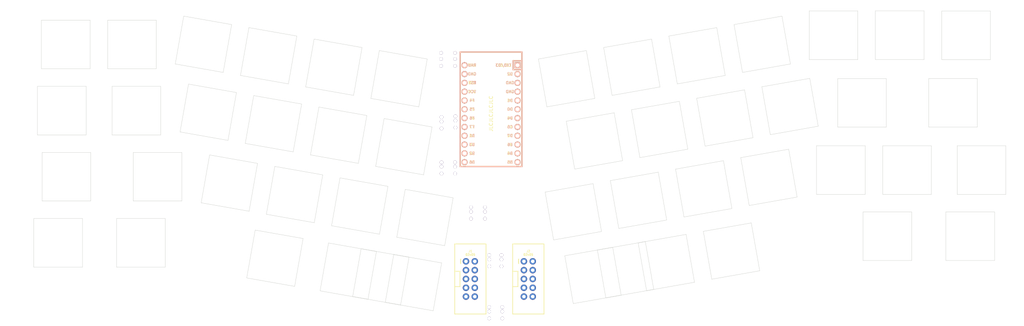
<source format=kicad_pcb>
(kicad_pcb (version 20171130) (host pcbnew 5.1.10)

  (general
    (thickness 1.6)
    (drawings 0)
    (tracks 0)
    (zones 0)
    (modules 65)
    (nets 24)
  )

  (page A4)
  (layers
    (0 F.Cu signal)
    (31 B.Cu signal)
    (32 B.Adhes user)
    (33 F.Adhes user)
    (34 B.Paste user)
    (35 F.Paste user)
    (36 B.SilkS user)
    (37 F.SilkS user)
    (38 B.Mask user)
    (39 F.Mask user)
    (40 Dwgs.User user)
    (41 Cmts.User user)
    (42 Eco1.User user)
    (43 Eco2.User user)
    (44 Edge.Cuts user)
    (45 Margin user)
    (46 B.CrtYd user)
    (47 F.CrtYd user)
    (48 B.Fab user)
    (49 F.Fab user)
  )

  (setup
    (last_trace_width 0.25)
    (trace_clearance 0.2)
    (zone_clearance 0.508)
    (zone_45_only no)
    (trace_min 0.2)
    (via_size 0.8)
    (via_drill 0.4)
    (via_min_size 0.4)
    (via_min_drill 0.3)
    (uvia_size 0.3)
    (uvia_drill 0.1)
    (uvias_allowed no)
    (uvia_min_size 0.2)
    (uvia_min_drill 0.1)
    (edge_width 0.05)
    (segment_width 0.2)
    (pcb_text_width 0.3)
    (pcb_text_size 1.5 1.5)
    (mod_edge_width 0.12)
    (mod_text_size 1 1)
    (mod_text_width 0.15)
    (pad_size 1.7526 2.0574)
    (pad_drill 1.0922)
    (pad_to_mask_clearance 0.051)
    (solder_mask_min_width 0.25)
    (aux_axis_origin 0 0)
    (visible_elements 7FFFFFFF)
    (pcbplotparams
      (layerselection 0x01000_7ffffffe)
      (usegerberextensions false)
      (usegerberattributes false)
      (usegerberadvancedattributes false)
      (creategerberjobfile false)
      (excludeedgelayer true)
      (linewidth 0.100000)
      (plotframeref false)
      (viasonmask false)
      (mode 1)
      (useauxorigin false)
      (hpglpennumber 1)
      (hpglpenspeed 20)
      (hpglpendiameter 15.000000)
      (psnegative false)
      (psa4output false)
      (plotreference true)
      (plotvalue true)
      (plotinvisibletext false)
      (padsonsilk false)
      (subtractmaskfromsilk false)
      (outputformat 3)
      (mirror false)
      (drillshape 0)
      (scaleselection 1)
      (outputdirectory "gerber/"))
  )

  (net 0 "")
  (net 1 COL0)
  (net 2 COL1)
  (net 3 COL2)
  (net 4 COL3)
  (net 5 COL4)
  (net 6 COL5)
  (net 7 COL6)
  (net 8 COL7)
  (net 9 COL8)
  (net 10 COL9)
  (net 11 ROW0)
  (net 12 ROW1)
  (net 13 ROW2)
  (net 14 ROW3)
  (net 15 COL10)
  (net 16 COL11)
  (net 17 COL12)
  (net 18 COL1A)
  (net 19 COL0A)
  (net 20 COL2A)
  (net 21 COL3A)
  (net 22 COL4A)
  (net 23 COL5A)

  (net_class Default "This is the default net class."
    (clearance 0.2)
    (trace_width 0.25)
    (via_dia 0.8)
    (via_drill 0.4)
    (uvia_dia 0.3)
    (uvia_drill 0.1)
    (add_net COL0)
    (add_net COL0A)
    (add_net COL1)
    (add_net COL10)
    (add_net COL11)
    (add_net COL12)
    (add_net COL1A)
    (add_net COL2)
    (add_net COL2A)
    (add_net COL3)
    (add_net COL3A)
    (add_net COL4)
    (add_net COL4A)
    (add_net COL5)
    (add_net COL5A)
    (add_net COL6)
    (add_net COL7)
    (add_net COL8)
    (add_net COL9)
    (add_net ROW0)
    (add_net ROW1)
    (add_net ROW2)
    (add_net ROW3)
  )

  (module footprints:hole-switch (layer F.Cu) (tedit 5FB3AA25) (tstamp 60057D6E)
    (at 116.428063 96.686578 170)
    (path /600C59E3)
    (fp_text reference SW23 (at 0 3.175 170) (layer F.SilkS) hide
      (effects (font (size 1.27 1.524) (thickness 0.2032)))
    )
    (fp_text value switch (at 0 5.08 170) (layer F.SilkS) hide
      (effects (font (size 1.27 1.524) (thickness 0.2032)))
    )
    (fp_text user 1.00u (at -5.715 8.255 170) (layer Dwgs.User)
      (effects (font (size 1.524 1.524) (thickness 0.3048)))
    )
    (fp_line (start -7 7) (end -7 -7) (layer Edge.Cuts) (width 0.1))
    (fp_line (start 7 7) (end -7 7) (layer Edge.Cuts) (width 0.1))
    (fp_line (start 7 -7) (end 7 7) (layer Edge.Cuts) (width 0.1))
    (fp_line (start -7 -7) (end 7 -7) (layer Edge.Cuts) (width 0.1))
    (fp_line (start -9.5 9.5) (end -9.5 -9.5) (layer Dwgs.User) (width 0.1))
    (fp_line (start 9.5 9.5) (end -9.5 9.5) (layer Dwgs.User) (width 0.1))
    (fp_line (start 9.5 -9.5) (end 9.5 9.5) (layer Dwgs.User) (width 0.1))
    (fp_line (start -9.5 -9.5) (end 9.5 -9.5) (layer Dwgs.User) (width 0.1))
  )

  (module footprints:hole-switch (layer F.Cu) (tedit 5FB3AA25) (tstamp 5EA56130)
    (at 177.4591 92.965 190)
    (path /5EA7CAD0)
    (fp_text reference switch23 (at 0 3.175 10) (layer F.SilkS) hide
      (effects (font (size 1.27 1.524) (thickness 0.2032)))
    )
    (fp_text value switch (at 0 5.08 10) (layer F.SilkS) hide
      (effects (font (size 1.27 1.524) (thickness 0.2032)))
    )
    (fp_text user 1.00u (at -5.715 8.255 10) (layer Dwgs.User)
      (effects (font (size 1.524 1.524) (thickness 0.3048)))
    )
    (fp_line (start -7 7) (end -7 -7) (layer Edge.Cuts) (width 0.1))
    (fp_line (start 7 7) (end -7 7) (layer Edge.Cuts) (width 0.1))
    (fp_line (start 7 -7) (end 7 7) (layer Edge.Cuts) (width 0.1))
    (fp_line (start -7 -7) (end 7 -7) (layer Edge.Cuts) (width 0.1))
    (fp_line (start -9.5 9.5) (end -9.5 -9.5) (layer Dwgs.User) (width 0.1))
    (fp_line (start 9.5 9.5) (end -9.5 9.5) (layer Dwgs.User) (width 0.1))
    (fp_line (start 9.5 -9.5) (end 9.5 9.5) (layer Dwgs.User) (width 0.1))
    (fp_line (start -9.5 -9.5) (end 9.5 -9.5) (layer Dwgs.User) (width 0.1))
  )

  (module footprints:hole-switch (layer F.Cu) (tedit 5FB3AA25) (tstamp 6006066C)
    (at 107.0476 95.0324 170)
    (path /6021217C)
    (fp_text reference SW24 (at 0 3.175 170) (layer F.SilkS) hide
      (effects (font (size 1.27 1.524) (thickness 0.2032)))
    )
    (fp_text value switch (at 0 5.08 170) (layer F.SilkS) hide
      (effects (font (size 1.27 1.524) (thickness 0.2032)))
    )
    (fp_text user 1.00u (at -5.715 8.255 170) (layer Dwgs.User)
      (effects (font (size 1.524 1.524) (thickness 0.3048)))
    )
    (fp_line (start -7 7) (end -7 -7) (layer Edge.Cuts) (width 0.1))
    (fp_line (start 7 7) (end -7 7) (layer Edge.Cuts) (width 0.1))
    (fp_line (start 7 -7) (end 7 7) (layer Edge.Cuts) (width 0.1))
    (fp_line (start -7 -7) (end 7 -7) (layer Edge.Cuts) (width 0.1))
    (fp_line (start -9.5 9.5) (end -9.5 -9.5) (layer Dwgs.User) (width 0.1))
    (fp_line (start 9.5 9.5) (end -9.5 9.5) (layer Dwgs.User) (width 0.1))
    (fp_line (start 9.5 -9.5) (end 9.5 9.5) (layer Dwgs.User) (width 0.1))
    (fp_line (start -9.5 -9.5) (end 9.5 -9.5) (layer Dwgs.User) (width 0.1))
  )

  (module footprints:hole-switch (layer F.Cu) (tedit 5FB3AA25) (tstamp 60057E14)
    (at 271.67205 44.86885)
    (path /60137E5C)
    (fp_text reference switch13 (at 0 3.175) (layer F.SilkS) hide
      (effects (font (size 1.27 1.524) (thickness 0.2032)))
    )
    (fp_text value switch (at 0 5.08) (layer F.SilkS) hide
      (effects (font (size 1.27 1.524) (thickness 0.2032)))
    )
    (fp_text user 1.00u (at -5.715 8.255) (layer Dwgs.User)
      (effects (font (size 1.524 1.524) (thickness 0.3048)))
    )
    (fp_line (start -7 7) (end -7 -7) (layer Edge.Cuts) (width 0.1))
    (fp_line (start 7 7) (end -7 7) (layer Edge.Cuts) (width 0.1))
    (fp_line (start 7 -7) (end 7 7) (layer Edge.Cuts) (width 0.1))
    (fp_line (start -7 -7) (end 7 -7) (layer Edge.Cuts) (width 0.1))
    (fp_line (start -9.5 9.5) (end -9.5 -9.5) (layer Dwgs.User) (width 0.1))
    (fp_line (start 9.5 9.5) (end -9.5 9.5) (layer Dwgs.User) (width 0.1))
    (fp_line (start 9.5 -9.5) (end 9.5 9.5) (layer Dwgs.User) (width 0.1))
    (fp_line (start -9.5 -9.5) (end 9.5 -9.5) (layer Dwgs.User) (width 0.1))
  )

  (module footprints:hole-switch (layer F.Cu) (tedit 5FB3AA25) (tstamp 5E28A84D)
    (at 16.5735 66.167)
    (path /5E366E44)
    (fp_text reference SW13 (at 0 3.175) (layer F.SilkS) hide
      (effects (font (size 1.27 1.524) (thickness 0.2032)))
    )
    (fp_text value switch (at 0 5.08) (layer F.SilkS) hide
      (effects (font (size 1.27 1.524) (thickness 0.2032)))
    )
    (fp_text user 1.00u (at -5.715 8.255) (layer Dwgs.User)
      (effects (font (size 1.524 1.524) (thickness 0.3048)))
    )
    (fp_line (start -7 7) (end -7 -7) (layer Edge.Cuts) (width 0.1))
    (fp_line (start 7 7) (end -7 7) (layer Edge.Cuts) (width 0.1))
    (fp_line (start 7 -7) (end 7 7) (layer Edge.Cuts) (width 0.1))
    (fp_line (start -7 -7) (end 7 -7) (layer Edge.Cuts) (width 0.1))
    (fp_line (start -9.5 9.5) (end -9.5 -9.5) (layer Dwgs.User) (width 0.1))
    (fp_line (start 9.5 9.5) (end -9.5 9.5) (layer Dwgs.User) (width 0.1))
    (fp_line (start 9.5 -9.5) (end 9.5 9.5) (layer Dwgs.User) (width 0.1))
    (fp_line (start -9.5 -9.5) (end 9.5 -9.5) (layer Dwgs.User) (width 0.1))
  )

  (module footprints:hole-switch (layer F.Cu) (tedit 5FB3AA25) (tstamp 60065141)
    (at 276.6301 83.32095)
    (path /602974EC)
    (fp_text reference switch27 (at 0 3.175) (layer F.SilkS) hide
      (effects (font (size 1.27 1.524) (thickness 0.2032)))
    )
    (fp_text value switch (at 0 5.08) (layer F.SilkS) hide
      (effects (font (size 1.27 1.524) (thickness 0.2032)))
    )
    (fp_text user 1.00u (at -5.715 8.255) (layer Dwgs.User)
      (effects (font (size 1.524 1.524) (thickness 0.3048)))
    )
    (fp_line (start -7 7) (end -7 -7) (layer Edge.Cuts) (width 0.1))
    (fp_line (start 7 7) (end -7 7) (layer Edge.Cuts) (width 0.1))
    (fp_line (start 7 -7) (end 7 7) (layer Edge.Cuts) (width 0.1))
    (fp_line (start -7 -7) (end 7 -7) (layer Edge.Cuts) (width 0.1))
    (fp_line (start -9.5 9.5) (end -9.5 -9.5) (layer Dwgs.User) (width 0.1))
    (fp_line (start 9.5 9.5) (end -9.5 9.5) (layer Dwgs.User) (width 0.1))
    (fp_line (start 9.5 -9.5) (end 9.5 9.5) (layer Dwgs.User) (width 0.1))
    (fp_line (start -9.5 -9.5) (end 9.5 -9.5) (layer Dwgs.User) (width 0.1))
  )

  (module footprints:hole-switch (layer F.Cu) (tedit 5FB3AA25) (tstamp 60057EB3)
    (at 252.78455 83.32095)
    (path /60182E3E)
    (fp_text reference switch26 (at 0 3.175) (layer F.SilkS) hide
      (effects (font (size 1.27 1.524) (thickness 0.2032)))
    )
    (fp_text value switch (at 0 5.08) (layer F.SilkS) hide
      (effects (font (size 1.27 1.524) (thickness 0.2032)))
    )
    (fp_text user 1.00u (at -5.715 8.255) (layer Dwgs.User)
      (effects (font (size 1.524 1.524) (thickness 0.3048)))
    )
    (fp_line (start -7 7) (end -7 -7) (layer Edge.Cuts) (width 0.1))
    (fp_line (start 7 7) (end -7 7) (layer Edge.Cuts) (width 0.1))
    (fp_line (start 7 -7) (end 7 7) (layer Edge.Cuts) (width 0.1))
    (fp_line (start -7 -7) (end 7 -7) (layer Edge.Cuts) (width 0.1))
    (fp_line (start -9.5 9.5) (end -9.5 -9.5) (layer Dwgs.User) (width 0.1))
    (fp_line (start 9.5 9.5) (end -9.5 9.5) (layer Dwgs.User) (width 0.1))
    (fp_line (start 9.5 -9.5) (end 9.5 9.5) (layer Dwgs.User) (width 0.1))
    (fp_line (start -9.5 -9.5) (end 9.5 -9.5) (layer Dwgs.User) (width 0.1))
  )

  (module footprints:hole-switch (layer F.Cu) (tedit 5FB3AA25) (tstamp 5EA560BC)
    (at 168.0788 94.619 10)
    (path /5EA73559)
    (fp_text reference switch22 (at 0 3.175 10) (layer F.SilkS) hide
      (effects (font (size 1.27 1.524) (thickness 0.2032)))
    )
    (fp_text value switch (at 0 5.08 10) (layer F.SilkS) hide
      (effects (font (size 1.27 1.524) (thickness 0.2032)))
    )
    (fp_text user 1.00u (at -5.715 8.255 10) (layer Dwgs.User)
      (effects (font (size 1.524 1.524) (thickness 0.3048)))
    )
    (fp_line (start -7 7) (end -7 -7) (layer Edge.Cuts) (width 0.1))
    (fp_line (start 7 7) (end -7 7) (layer Edge.Cuts) (width 0.1))
    (fp_line (start 7 -7) (end 7 7) (layer Edge.Cuts) (width 0.1))
    (fp_line (start -7 -7) (end 7 -7) (layer Edge.Cuts) (width 0.1))
    (fp_line (start -9.5 9.5) (end -9.5 -9.5) (layer Dwgs.User) (width 0.1))
    (fp_line (start 9.5 9.5) (end -9.5 9.5) (layer Dwgs.User) (width 0.1))
    (fp_line (start 9.5 -9.5) (end 9.5 9.5) (layer Dwgs.User) (width 0.1))
    (fp_line (start -9.5 -9.5) (end 9.5 -9.5) (layer Dwgs.User) (width 0.1))
  )

  (module footprints:hole-switch (layer F.Cu) (tedit 5FB3AA25) (tstamp 600650E0)
    (at 279.8826 64.2493)
    (path /602974CE)
    (fp_text reference switch21 (at 0 3.175) (layer F.SilkS) hide
      (effects (font (size 1.27 1.524) (thickness 0.2032)))
    )
    (fp_text value switch (at 0 5.08) (layer F.SilkS) hide
      (effects (font (size 1.27 1.524) (thickness 0.2032)))
    )
    (fp_text user 1.00u (at -5.715 8.255) (layer Dwgs.User)
      (effects (font (size 1.524 1.524) (thickness 0.3048)))
    )
    (fp_line (start -7 7) (end -7 -7) (layer Edge.Cuts) (width 0.1))
    (fp_line (start 7 7) (end -7 7) (layer Edge.Cuts) (width 0.1))
    (fp_line (start 7 -7) (end 7 7) (layer Edge.Cuts) (width 0.1))
    (fp_line (start -7 -7) (end 7 -7) (layer Edge.Cuts) (width 0.1))
    (fp_line (start -9.5 9.5) (end -9.5 -9.5) (layer Dwgs.User) (width 0.1))
    (fp_line (start 9.5 9.5) (end -9.5 9.5) (layer Dwgs.User) (width 0.1))
    (fp_line (start 9.5 -9.5) (end 9.5 9.5) (layer Dwgs.User) (width 0.1))
    (fp_line (start -9.5 -9.5) (end 9.5 -9.5) (layer Dwgs.User) (width 0.1))
  )

  (module footprints:hole-switch (layer F.Cu) (tedit 5FB3AA25) (tstamp 5E2B1CEC)
    (at 76.5617 89.6569 350)
    (path /5E37DEE2)
    (fp_text reference SW21 (at 0 3.175 170) (layer F.SilkS) hide
      (effects (font (size 1.27 1.524) (thickness 0.2032)))
    )
    (fp_text value switch (at 0 5.08 170) (layer F.SilkS) hide
      (effects (font (size 1.27 1.524) (thickness 0.2032)))
    )
    (fp_text user 1.00u (at -5.715 8.255 170) (layer Dwgs.User)
      (effects (font (size 1.524 1.524) (thickness 0.3048)))
    )
    (fp_line (start -7 7) (end -7 -7) (layer Edge.Cuts) (width 0.1))
    (fp_line (start 7 7) (end -7 7) (layer Edge.Cuts) (width 0.1))
    (fp_line (start 7 -7) (end 7 7) (layer Edge.Cuts) (width 0.1))
    (fp_line (start -7 -7) (end 7 -7) (layer Edge.Cuts) (width 0.1))
    (fp_line (start -9.5 9.5) (end -9.5 -9.5) (layer Dwgs.User) (width 0.1))
    (fp_line (start 9.5 9.5) (end -9.5 9.5) (layer Dwgs.User) (width 0.1))
    (fp_line (start 9.5 -9.5) (end 9.5 9.5) (layer Dwgs.User) (width 0.1))
    (fp_line (start -9.5 -9.5) (end 9.5 -9.5) (layer Dwgs.User) (width 0.1))
  )

  (module footprints:hole-switch (layer F.Cu) (tedit 5FB3AA25) (tstamp 5F9475A9)
    (at 38.00475 85.217)
    (path /5F947F02)
    (fp_text reference SW20 (at 0 3.175) (layer F.SilkS) hide
      (effects (font (size 1.27 1.524) (thickness 0.2032)))
    )
    (fp_text value switch (at 0 5.08) (layer F.SilkS) hide
      (effects (font (size 1.27 1.524) (thickness 0.2032)))
    )
    (fp_text user 1.00u (at -5.715 8.255) (layer Dwgs.User)
      (effects (font (size 1.524 1.524) (thickness 0.3048)))
    )
    (fp_line (start -7 7) (end -7 -7) (layer Edge.Cuts) (width 0.1))
    (fp_line (start 7 7) (end -7 7) (layer Edge.Cuts) (width 0.1))
    (fp_line (start 7 -7) (end 7 7) (layer Edge.Cuts) (width 0.1))
    (fp_line (start -7 -7) (end 7 -7) (layer Edge.Cuts) (width 0.1))
    (fp_line (start -9.5 9.5) (end -9.5 -9.5) (layer Dwgs.User) (width 0.1))
    (fp_line (start 9.5 9.5) (end -9.5 9.5) (layer Dwgs.User) (width 0.1))
    (fp_line (start 9.5 -9.5) (end 9.5 9.5) (layer Dwgs.User) (width 0.1))
    (fp_line (start -9.5 -9.5) (end 9.5 -9.5) (layer Dwgs.User) (width 0.1))
  )

  (module footprints:hole-switch (layer F.Cu) (tedit 5FB3AA25) (tstamp 60057D39)
    (at 14.19225 85.217)
    (path /600A2A94)
    (fp_text reference SW19 (at 0 3.175) (layer F.SilkS) hide
      (effects (font (size 1.27 1.524) (thickness 0.2032)))
    )
    (fp_text value switch (at 0 5.08) (layer F.SilkS) hide
      (effects (font (size 1.27 1.524) (thickness 0.2032)))
    )
    (fp_text user 1.00u (at -5.715 8.255) (layer Dwgs.User)
      (effects (font (size 1.524 1.524) (thickness 0.3048)))
    )
    (fp_line (start -7 7) (end -7 -7) (layer Edge.Cuts) (width 0.1))
    (fp_line (start 7 7) (end -7 7) (layer Edge.Cuts) (width 0.1))
    (fp_line (start 7 -7) (end 7 7) (layer Edge.Cuts) (width 0.1))
    (fp_line (start -7 -7) (end 7 -7) (layer Edge.Cuts) (width 0.1))
    (fp_line (start -9.5 9.5) (end -9.5 -9.5) (layer Dwgs.User) (width 0.1))
    (fp_line (start 9.5 9.5) (end -9.5 9.5) (layer Dwgs.User) (width 0.1))
    (fp_line (start 9.5 -9.5) (end 9.5 9.5) (layer Dwgs.User) (width 0.1))
    (fp_line (start -9.5 -9.5) (end 9.5 -9.5) (layer Dwgs.User) (width 0.1))
  )

  (module footprints:hole-switch (layer F.Cu) (tedit 5FB3AA25) (tstamp 5E28A836)
    (at 15.24 47.117)
    (path /5E363F7D)
    (fp_text reference SW7 (at 0 3.175) (layer F.SilkS) hide
      (effects (font (size 1.27 1.524) (thickness 0.2032)))
    )
    (fp_text value switch (at 0 5.08) (layer F.SilkS) hide
      (effects (font (size 1.27 1.524) (thickness 0.2032)))
    )
    (fp_text user 1.00u (at -5.715 8.255) (layer Dwgs.User)
      (effects (font (size 1.524 1.524) (thickness 0.3048)))
    )
    (fp_line (start -7 7) (end -7 -7) (layer Edge.Cuts) (width 0.1))
    (fp_line (start 7 7) (end -7 7) (layer Edge.Cuts) (width 0.1))
    (fp_line (start 7 -7) (end 7 7) (layer Edge.Cuts) (width 0.1))
    (fp_line (start -7 -7) (end 7 -7) (layer Edge.Cuts) (width 0.1))
    (fp_line (start -9.5 9.5) (end -9.5 -9.5) (layer Dwgs.User) (width 0.1))
    (fp_line (start 9.5 9.5) (end -9.5 9.5) (layer Dwgs.User) (width 0.1))
    (fp_line (start 9.5 -9.5) (end 9.5 9.5) (layer Dwgs.User) (width 0.1))
    (fp_line (start -9.5 -9.5) (end 9.5 -9.5) (layer Dwgs.User) (width 0.1))
  )

  (module footprints:hole-switch (layer F.Cu) (tedit 5FB3AA25) (tstamp 5E28A9D4)
    (at 94.903274 54.203494 350)
    (path /5E38B262)
    (fp_text reference SW11 (at 0 3.175 170) (layer F.SilkS) hide
      (effects (font (size 1.27 1.524) (thickness 0.2032)))
    )
    (fp_text value switch (at 0 5.08 170) (layer F.SilkS) hide
      (effects (font (size 1.27 1.524) (thickness 0.2032)))
    )
    (fp_text user 1.00u (at -5.715 8.255 170) (layer Dwgs.User)
      (effects (font (size 1.524 1.524) (thickness 0.3048)))
    )
    (fp_line (start -7 7) (end -7 -7) (layer Edge.Cuts) (width 0.1))
    (fp_line (start 7 7) (end -7 7) (layer Edge.Cuts) (width 0.1))
    (fp_line (start 7 -7) (end 7 7) (layer Edge.Cuts) (width 0.1))
    (fp_line (start -7 -7) (end 7 -7) (layer Edge.Cuts) (width 0.1))
    (fp_line (start -9.5 9.5) (end -9.5 -9.5) (layer Dwgs.User) (width 0.1))
    (fp_line (start 9.5 9.5) (end -9.5 9.5) (layer Dwgs.User) (width 0.1))
    (fp_line (start 9.5 -9.5) (end 9.5 9.5) (layer Dwgs.User) (width 0.1))
    (fp_line (start -9.5 -9.5) (end 9.5 -9.5) (layer Dwgs.User) (width 0.1))
  )

  (module footprints:hole-switch (layer F.Cu) (tedit 5FB3AA25) (tstamp 60057EA2)
    (at 207.945087 87.589502 10)
    (path /60176D3C)
    (fp_text reference switch25 (at 0 3.175 10) (layer F.SilkS) hide
      (effects (font (size 1.27 1.524) (thickness 0.2032)))
    )
    (fp_text value switch (at 0 5.08 10) (layer F.SilkS) hide
      (effects (font (size 1.27 1.524) (thickness 0.2032)))
    )
    (fp_text user 1.00u (at -5.715 8.255 10) (layer Dwgs.User)
      (effects (font (size 1.524 1.524) (thickness 0.3048)))
    )
    (fp_line (start -7 7) (end -7 -7) (layer Edge.Cuts) (width 0.1))
    (fp_line (start 7 7) (end -7 7) (layer Edge.Cuts) (width 0.1))
    (fp_line (start 7 -7) (end 7 7) (layer Edge.Cuts) (width 0.1))
    (fp_line (start -7 -7) (end 7 -7) (layer Edge.Cuts) (width 0.1))
    (fp_line (start -9.5 9.5) (end -9.5 -9.5) (layer Dwgs.User) (width 0.1))
    (fp_line (start 9.5 9.5) (end -9.5 9.5) (layer Dwgs.User) (width 0.1))
    (fp_line (start 9.5 -9.5) (end 9.5 9.5) (layer Dwgs.User) (width 0.1))
    (fp_line (start -9.5 -9.5) (end 9.5 -9.5) (layer Dwgs.User) (width 0.1))
  )

  (module footprints:hole-switch (layer F.Cu) (tedit 5FB3AA25) (tstamp 5F94774E)
    (at 189.1845 90.8975 10)
    (path /5F94C4A7)
    (fp_text reference switch24 (at 0 3.175 10) (layer F.SilkS) hide
      (effects (font (size 1.27 1.524) (thickness 0.2032)))
    )
    (fp_text value switch (at 0 5.08 10) (layer F.SilkS) hide
      (effects (font (size 1.27 1.524) (thickness 0.2032)))
    )
    (fp_text user 1.00u (at -5.715 8.255 10) (layer Dwgs.User)
      (effects (font (size 1.524 1.524) (thickness 0.3048)))
    )
    (fp_line (start -7 7) (end -7 -7) (layer Edge.Cuts) (width 0.1))
    (fp_line (start 7 7) (end -7 7) (layer Edge.Cuts) (width 0.1))
    (fp_line (start 7 -7) (end 7 7) (layer Edge.Cuts) (width 0.1))
    (fp_line (start -7 -7) (end 7 -7) (layer Edge.Cuts) (width 0.1))
    (fp_line (start -9.5 9.5) (end -9.5 -9.5) (layer Dwgs.User) (width 0.1))
    (fp_line (start 9.5 9.5) (end -9.5 9.5) (layer Dwgs.User) (width 0.1))
    (fp_line (start 9.5 -9.5) (end 9.5 9.5) (layer Dwgs.User) (width 0.1))
    (fp_line (start -9.5 -9.5) (end 9.5 -9.5) (layer Dwgs.User) (width 0.1))
  )

  (module footprints:hole-switch (layer F.Cu) (tedit 5FB3AA25) (tstamp 600688E0)
    (at 36.703 47.117)
    (path /5E36F4A6)
    (fp_text reference SW8 (at 0 3.175) (layer F.SilkS) hide
      (effects (font (size 1.27 1.524) (thickness 0.2032)))
    )
    (fp_text value switch (at 0 5.08) (layer F.SilkS) hide
      (effects (font (size 1.27 1.524) (thickness 0.2032)))
    )
    (fp_text user 1.00u (at -5.715 8.255) (layer Dwgs.User)
      (effects (font (size 1.524 1.524) (thickness 0.3048)))
    )
    (fp_line (start -7 7) (end -7 -7) (layer Edge.Cuts) (width 0.1))
    (fp_line (start 7 7) (end -7 7) (layer Edge.Cuts) (width 0.1))
    (fp_line (start 7 -7) (end 7 7) (layer Edge.Cuts) (width 0.1))
    (fp_line (start -7 -7) (end 7 -7) (layer Edge.Cuts) (width 0.1))
    (fp_line (start -9.5 9.5) (end -9.5 -9.5) (layer Dwgs.User) (width 0.1))
    (fp_line (start 9.5 9.5) (end -9.5 9.5) (layer Dwgs.User) (width 0.1))
    (fp_line (start 9.5 -9.5) (end 9.5 9.5) (layer Dwgs.User) (width 0.1))
    (fp_line (start -9.5 -9.5) (end 9.5 -9.5) (layer Dwgs.User) (width 0.1))
  )

  (module footprints:hole-switch (layer F.Cu) (tedit 5FB3AA25) (tstamp 60064FFE)
    (at 275.4376 25.4127)
    (path /60297104)
    (fp_text reference switch7 (at 0 3.175) (layer F.SilkS) hide
      (effects (font (size 1.27 1.524) (thickness 0.2032)))
    )
    (fp_text value switch (at 0 5.08) (layer F.SilkS) hide
      (effects (font (size 1.27 1.524) (thickness 0.2032)))
    )
    (fp_text user 1.00u (at -5.715 8.255) (layer Dwgs.User)
      (effects (font (size 1.524 1.524) (thickness 0.3048)))
    )
    (fp_line (start -7 7) (end -7 -7) (layer Edge.Cuts) (width 0.1))
    (fp_line (start 7 7) (end -7 7) (layer Edge.Cuts) (width 0.1))
    (fp_line (start 7 -7) (end 7 7) (layer Edge.Cuts) (width 0.1))
    (fp_line (start -7 -7) (end 7 -7) (layer Edge.Cuts) (width 0.1))
    (fp_line (start -9.5 9.5) (end -9.5 -9.5) (layer Dwgs.User) (width 0.1))
    (fp_line (start 9.5 9.5) (end -9.5 9.5) (layer Dwgs.User) (width 0.1))
    (fp_line (start 9.5 -9.5) (end 9.5 9.5) (layer Dwgs.User) (width 0.1))
    (fp_line (start -9.5 -9.5) (end 9.5 -9.5) (layer Dwgs.User) (width 0.1))
  )

  (module footprints:hole-switch (layer F.Cu) (tedit 5FB3AA25) (tstamp 60057E6D)
    (at 258.4577 64.2493)
    (path /60137E70)
    (fp_text reference switch20 (at 0 3.175) (layer F.SilkS) hide
      (effects (font (size 1.27 1.524) (thickness 0.2032)))
    )
    (fp_text value switch (at 0 5.08) (layer F.SilkS) hide
      (effects (font (size 1.27 1.524) (thickness 0.2032)))
    )
    (fp_text user 1.00u (at -5.715 8.255) (layer Dwgs.User)
      (effects (font (size 1.524 1.524) (thickness 0.3048)))
    )
    (fp_line (start -7 7) (end -7 -7) (layer Edge.Cuts) (width 0.1))
    (fp_line (start 7 7) (end -7 7) (layer Edge.Cuts) (width 0.1))
    (fp_line (start 7 -7) (end 7 7) (layer Edge.Cuts) (width 0.1))
    (fp_line (start -7 -7) (end 7 -7) (layer Edge.Cuts) (width 0.1))
    (fp_line (start -9.5 9.5) (end -9.5 -9.5) (layer Dwgs.User) (width 0.1))
    (fp_line (start 9.5 9.5) (end -9.5 9.5) (layer Dwgs.User) (width 0.1))
    (fp_line (start 9.5 -9.5) (end 9.5 9.5) (layer Dwgs.User) (width 0.1))
    (fp_line (start -9.5 -9.5) (end 9.5 -9.5) (layer Dwgs.User) (width 0.1))
  )

  (module footprints:hole-switch (layer F.Cu) (tedit 5FB3AA25) (tstamp 60057DC7)
    (at 256.3368 25.3873)
    (path /60137AEE)
    (fp_text reference switch6 (at 0 3.175) (layer F.SilkS) hide
      (effects (font (size 1.27 1.524) (thickness 0.2032)))
    )
    (fp_text value switch (at 0 5.08) (layer F.SilkS) hide
      (effects (font (size 1.27 1.524) (thickness 0.2032)))
    )
    (fp_text user 1.00u (at -5.715 8.255) (layer Dwgs.User)
      (effects (font (size 1.524 1.524) (thickness 0.3048)))
    )
    (fp_line (start -7 7) (end -7 -7) (layer Edge.Cuts) (width 0.1))
    (fp_line (start 7 7) (end -7 7) (layer Edge.Cuts) (width 0.1))
    (fp_line (start 7 -7) (end 7 7) (layer Edge.Cuts) (width 0.1))
    (fp_line (start -7 -7) (end 7 -7) (layer Edge.Cuts) (width 0.1))
    (fp_line (start -9.5 9.5) (end -9.5 -9.5) (layer Dwgs.User) (width 0.1))
    (fp_line (start 9.5 9.5) (end -9.5 9.5) (layer Dwgs.User) (width 0.1))
    (fp_line (start 9.5 -9.5) (end 9.5 9.5) (layer Dwgs.User) (width 0.1))
    (fp_line (start -9.5 -9.5) (end 9.5 -9.5) (layer Dwgs.User) (width 0.1))
  )

  (module footprints:hole-switch (layer F.Cu) (tedit 5FB3AA25) (tstamp 60057D28)
    (at 119.736061 77.925991 350)
    (path /600C59CF)
    (fp_text reference SW18 (at 0 3.175 170) (layer F.SilkS) hide
      (effects (font (size 1.27 1.524) (thickness 0.2032)))
    )
    (fp_text value switch (at 0 5.08 170) (layer F.SilkS) hide
      (effects (font (size 1.27 1.524) (thickness 0.2032)))
    )
    (fp_text user 1.00u (at -5.715 8.255 170) (layer Dwgs.User)
      (effects (font (size 1.524 1.524) (thickness 0.3048)))
    )
    (fp_line (start -7 7) (end -7 -7) (layer Edge.Cuts) (width 0.1))
    (fp_line (start 7 7) (end -7 7) (layer Edge.Cuts) (width 0.1))
    (fp_line (start 7 -7) (end 7 7) (layer Edge.Cuts) (width 0.1))
    (fp_line (start -7 -7) (end 7 -7) (layer Edge.Cuts) (width 0.1))
    (fp_line (start -9.5 9.5) (end -9.5 -9.5) (layer Dwgs.User) (width 0.1))
    (fp_line (start 9.5 9.5) (end -9.5 9.5) (layer Dwgs.User) (width 0.1))
    (fp_line (start 9.5 -9.5) (end 9.5 9.5) (layer Dwgs.User) (width 0.1))
    (fp_line (start -9.5 -9.5) (end 9.5 -9.5) (layer Dwgs.User) (width 0.1))
  )

  (module footprints:hole-switch (layer F.Cu) (tedit 5FB3AA25) (tstamp 60057CDB)
    (at 113.663861 57.511491 350)
    (path /600C59BB)
    (fp_text reference SW12 (at 0 3.175 170) (layer F.SilkS) hide
      (effects (font (size 1.27 1.524) (thickness 0.2032)))
    )
    (fp_text value switch (at 0 5.08 170) (layer F.SilkS) hide
      (effects (font (size 1.27 1.524) (thickness 0.2032)))
    )
    (fp_text user 1.00u (at -5.715 8.255 170) (layer Dwgs.User)
      (effects (font (size 1.524 1.524) (thickness 0.3048)))
    )
    (fp_line (start -7 7) (end -7 -7) (layer Edge.Cuts) (width 0.1))
    (fp_line (start 7 7) (end -7 7) (layer Edge.Cuts) (width 0.1))
    (fp_line (start 7 -7) (end 7 7) (layer Edge.Cuts) (width 0.1))
    (fp_line (start -7 -7) (end 7 -7) (layer Edge.Cuts) (width 0.1))
    (fp_line (start -9.5 9.5) (end -9.5 -9.5) (layer Dwgs.User) (width 0.1))
    (fp_line (start 9.5 9.5) (end -9.5 9.5) (layer Dwgs.User) (width 0.1))
    (fp_line (start 9.5 -9.5) (end 9.5 9.5) (layer Dwgs.User) (width 0.1))
    (fp_line (start -9.5 -9.5) (end 9.5 -9.5) (layer Dwgs.User) (width 0.1))
  )

  (module footprints:hole-switch (layer F.Cu) (tedit 5FB3AA25) (tstamp 60057C8E)
    (at 112.281761 37.923991 350)
    (path /600C55E9)
    (fp_text reference SW6 (at 0 3.175 170) (layer F.SilkS) hide
      (effects (font (size 1.27 1.524) (thickness 0.2032)))
    )
    (fp_text value switch (at 0 5.08 170) (layer F.SilkS) hide
      (effects (font (size 1.27 1.524) (thickness 0.2032)))
    )
    (fp_text user 1.00u (at -5.715 8.255 170) (layer Dwgs.User)
      (effects (font (size 1.524 1.524) (thickness 0.3048)))
    )
    (fp_line (start -7 7) (end -7 -7) (layer Edge.Cuts) (width 0.1))
    (fp_line (start 7 7) (end -7 7) (layer Edge.Cuts) (width 0.1))
    (fp_line (start 7 -7) (end 7 7) (layer Edge.Cuts) (width 0.1))
    (fp_line (start -7 -7) (end 7 -7) (layer Edge.Cuts) (width 0.1))
    (fp_line (start -9.5 9.5) (end -9.5 -9.5) (layer Dwgs.User) (width 0.1))
    (fp_line (start 9.5 9.5) (end -9.5 9.5) (layer Dwgs.User) (width 0.1))
    (fp_line (start 9.5 -9.5) (end 9.5 9.5) (layer Dwgs.User) (width 0.1))
    (fp_line (start -9.5 -9.5) (end 9.5 -9.5) (layer Dwgs.User) (width 0.1))
  )

  (module footprints:hole-switch (layer F.Cu) (tedit 5FB3AA25) (tstamp 5E2B1E04)
    (at 97.667476 93.378581 350)
    (path /5E38B27C)
    (fp_text reference SW22 (at 0 3.175 170) (layer F.SilkS) hide
      (effects (font (size 1.27 1.524) (thickness 0.2032)))
    )
    (fp_text value switch (at 0 5.08 170) (layer F.SilkS) hide
      (effects (font (size 1.27 1.524) (thickness 0.2032)))
    )
    (fp_text user 1.00u (at -5.715 8.255 170) (layer Dwgs.User)
      (effects (font (size 1.524 1.524) (thickness 0.3048)))
    )
    (fp_line (start -7 7) (end -7 -7) (layer Edge.Cuts) (width 0.1))
    (fp_line (start 7 7) (end -7 7) (layer Edge.Cuts) (width 0.1))
    (fp_line (start 7 -7) (end 7 7) (layer Edge.Cuts) (width 0.1))
    (fp_line (start -7 -7) (end 7 -7) (layer Edge.Cuts) (width 0.1))
    (fp_line (start -9.5 9.5) (end -9.5 -9.5) (layer Dwgs.User) (width 0.1))
    (fp_line (start 9.5 9.5) (end -9.5 9.5) (layer Dwgs.User) (width 0.1))
    (fp_line (start 9.5 -9.5) (end 9.5 9.5) (layer Dwgs.User) (width 0.1))
    (fp_line (start -9.5 -9.5) (end 9.5 -9.5) (layer Dwgs.User) (width 0.1))
  )

  (module footprints:hole-switch (layer F.Cu) (tedit 5FB3AA25) (tstamp 5EA561E4)
    (at 239.395 64.2493)
    (path /5EA89D7F)
    (fp_text reference switch19 (at 0 3.175) (layer F.SilkS) hide
      (effects (font (size 1.27 1.524) (thickness 0.2032)))
    )
    (fp_text value switch (at 0 5.08) (layer F.SilkS) hide
      (effects (font (size 1.27 1.524) (thickness 0.2032)))
    )
    (fp_text user 1.00u (at -5.715 8.255) (layer Dwgs.User)
      (effects (font (size 1.524 1.524) (thickness 0.3048)))
    )
    (fp_line (start -7 7) (end -7 -7) (layer Edge.Cuts) (width 0.1))
    (fp_line (start 7 7) (end -7 7) (layer Edge.Cuts) (width 0.1))
    (fp_line (start 7 -7) (end 7 7) (layer Edge.Cuts) (width 0.1))
    (fp_line (start -7 -7) (end 7 -7) (layer Edge.Cuts) (width 0.1))
    (fp_line (start -9.5 9.5) (end -9.5 -9.5) (layer Dwgs.User) (width 0.1))
    (fp_line (start 9.5 9.5) (end -9.5 9.5) (layer Dwgs.User) (width 0.1))
    (fp_line (start 9.5 -9.5) (end 9.5 9.5) (layer Dwgs.User) (width 0.1))
    (fp_line (start -9.5 -9.5) (end 9.5 -9.5) (layer Dwgs.User) (width 0.1))
  )

  (module footprints:hole-switch (layer F.Cu) (tedit 5FB3AA25) (tstamp 5EA561D0)
    (at 245.4958 44.88409)
    (path /5EA89D73)
    (fp_text reference switch12 (at 0 3.175) (layer F.SilkS) hide
      (effects (font (size 1.27 1.524) (thickness 0.2032)))
    )
    (fp_text value switch (at 0 5.08) (layer F.SilkS) hide
      (effects (font (size 1.27 1.524) (thickness 0.2032)))
    )
    (fp_text user 1.00u (at -5.715 8.255) (layer Dwgs.User)
      (effects (font (size 1.524 1.524) (thickness 0.3048)))
    )
    (fp_line (start -7 7) (end -7 -7) (layer Edge.Cuts) (width 0.1))
    (fp_line (start 7 7) (end -7 7) (layer Edge.Cuts) (width 0.1))
    (fp_line (start 7 -7) (end 7 7) (layer Edge.Cuts) (width 0.1))
    (fp_line (start -7 -7) (end 7 -7) (layer Edge.Cuts) (width 0.1))
    (fp_line (start -9.5 9.5) (end -9.5 -9.5) (layer Dwgs.User) (width 0.1))
    (fp_line (start 9.5 9.5) (end -9.5 9.5) (layer Dwgs.User) (width 0.1))
    (fp_line (start 9.5 -9.5) (end 9.5 9.5) (layer Dwgs.User) (width 0.1))
    (fp_line (start -9.5 -9.5) (end 9.5 -9.5) (layer Dwgs.User) (width 0.1))
  )

  (module footprints:hole-switch (layer F.Cu) (tedit 5FB3AA25) (tstamp 5EA57CFA)
    (at 237.2868 25.39492)
    (path /5EA89D67)
    (fp_text reference switch5 (at 0 3.175) (layer F.SilkS) hide
      (effects (font (size 1.27 1.524) (thickness 0.2032)))
    )
    (fp_text value switch (at 0 5.08) (layer F.SilkS) hide
      (effects (font (size 1.27 1.524) (thickness 0.2032)))
    )
    (fp_text user 1.00u (at -5.715 8.255) (layer Dwgs.User)
      (effects (font (size 1.524 1.524) (thickness 0.3048)))
    )
    (fp_line (start -7 7) (end -7 -7) (layer Edge.Cuts) (width 0.1))
    (fp_line (start 7 7) (end -7 7) (layer Edge.Cuts) (width 0.1))
    (fp_line (start 7 -7) (end 7 7) (layer Edge.Cuts) (width 0.1))
    (fp_line (start -7 -7) (end 7 -7) (layer Edge.Cuts) (width 0.1))
    (fp_line (start -9.5 9.5) (end -9.5 -9.5) (layer Dwgs.User) (width 0.1))
    (fp_line (start 9.5 9.5) (end -9.5 9.5) (layer Dwgs.User) (width 0.1))
    (fp_line (start 9.5 -9.5) (end 9.5 9.5) (layer Dwgs.User) (width 0.1))
    (fp_line (start -9.5 -9.5) (end 9.5 -9.5) (layer Dwgs.User) (width 0.1))
  )

  (module footprints:hole-switch (layer F.Cu) (tedit 5FB3AA25) (tstamp 5EA561A8)
    (at 218.707561 66.348006 10)
    (path /5EA86E2E)
    (fp_text reference switch18 (at 0 3.175 10) (layer F.SilkS) hide
      (effects (font (size 1.27 1.524) (thickness 0.2032)))
    )
    (fp_text value switch (at 0 5.08 10) (layer F.SilkS) hide
      (effects (font (size 1.27 1.524) (thickness 0.2032)))
    )
    (fp_text user 1.00u (at -5.715 8.255 10) (layer Dwgs.User)
      (effects (font (size 1.524 1.524) (thickness 0.3048)))
    )
    (fp_line (start -7 7) (end -7 -7) (layer Edge.Cuts) (width 0.1))
    (fp_line (start 7 7) (end -7 7) (layer Edge.Cuts) (width 0.1))
    (fp_line (start 7 -7) (end 7 7) (layer Edge.Cuts) (width 0.1))
    (fp_line (start -7 -7) (end 7 -7) (layer Edge.Cuts) (width 0.1))
    (fp_line (start -9.5 9.5) (end -9.5 -9.5) (layer Dwgs.User) (width 0.1))
    (fp_line (start 9.5 9.5) (end -9.5 9.5) (layer Dwgs.User) (width 0.1))
    (fp_line (start 9.5 -9.5) (end 9.5 9.5) (layer Dwgs.User) (width 0.1))
    (fp_line (start -9.5 -9.5) (end 9.5 -9.5) (layer Dwgs.User) (width 0.1))
  )

  (module footprints:hole-switch (layer F.Cu) (tedit 5FB3AA25) (tstamp 5EA56194)
    (at 224.779861 45.933506 10)
    (path /5EA86E22)
    (fp_text reference switch11 (at 0 3.175 10) (layer F.SilkS) hide
      (effects (font (size 1.27 1.524) (thickness 0.2032)))
    )
    (fp_text value switch (at 0 5.08 10) (layer F.SilkS) hide
      (effects (font (size 1.27 1.524) (thickness 0.2032)))
    )
    (fp_text user 1.00u (at -5.715 8.255 10) (layer Dwgs.User)
      (effects (font (size 1.524 1.524) (thickness 0.3048)))
    )
    (fp_line (start -7 7) (end -7 -7) (layer Edge.Cuts) (width 0.1))
    (fp_line (start 7 7) (end -7 7) (layer Edge.Cuts) (width 0.1))
    (fp_line (start 7 -7) (end 7 7) (layer Edge.Cuts) (width 0.1))
    (fp_line (start -7 -7) (end 7 -7) (layer Edge.Cuts) (width 0.1))
    (fp_line (start -9.5 9.5) (end -9.5 -9.5) (layer Dwgs.User) (width 0.1))
    (fp_line (start 9.5 9.5) (end -9.5 9.5) (layer Dwgs.User) (width 0.1))
    (fp_line (start 9.5 -9.5) (end 9.5 9.5) (layer Dwgs.User) (width 0.1))
    (fp_line (start -9.5 -9.5) (end 9.5 -9.5) (layer Dwgs.User) (width 0.1))
  )

  (module footprints:hole-switch (layer F.Cu) (tedit 5FB3AA25) (tstamp 5EA56180)
    (at 216.781761 27.999997 10)
    (path /5EA86E16)
    (fp_text reference switch4 (at 0 3.175 10) (layer F.SilkS) hide
      (effects (font (size 1.27 1.524) (thickness 0.2032)))
    )
    (fp_text value switch (at 0 5.08 10) (layer F.SilkS) hide
      (effects (font (size 1.27 1.524) (thickness 0.2032)))
    )
    (fp_text user 1.00u (at -5.715 8.255 10) (layer Dwgs.User)
      (effects (font (size 1.524 1.524) (thickness 0.3048)))
    )
    (fp_line (start -7 7) (end -7 -7) (layer Edge.Cuts) (width 0.1))
    (fp_line (start 7 7) (end -7 7) (layer Edge.Cuts) (width 0.1))
    (fp_line (start 7 -7) (end 7 7) (layer Edge.Cuts) (width 0.1))
    (fp_line (start -7 -7) (end 7 -7) (layer Edge.Cuts) (width 0.1))
    (fp_line (start -9.5 9.5) (end -9.5 -9.5) (layer Dwgs.User) (width 0.1))
    (fp_line (start 9.5 9.5) (end -9.5 9.5) (layer Dwgs.User) (width 0.1))
    (fp_line (start 9.5 -9.5) (end 9.5 9.5) (layer Dwgs.User) (width 0.1))
    (fp_line (start -9.5 -9.5) (end 9.5 -9.5) (layer Dwgs.User) (width 0.1))
  )

  (module footprints:hole-switch (layer F.Cu) (tedit 5FB3AA25) (tstamp 5EA5616C)
    (at 199.946974 69.656004 10)
    (path /5EA83441)
    (fp_text reference switch17 (at 0 3.175 10) (layer F.SilkS) hide
      (effects (font (size 1.27 1.524) (thickness 0.2032)))
    )
    (fp_text value switch (at 0 5.08 10) (layer F.SilkS) hide
      (effects (font (size 1.27 1.524) (thickness 0.2032)))
    )
    (fp_text user 1.00u (at -5.715 8.255 10) (layer Dwgs.User)
      (effects (font (size 1.524 1.524) (thickness 0.3048)))
    )
    (fp_line (start -7 7) (end -7 -7) (layer Edge.Cuts) (width 0.1))
    (fp_line (start 7 7) (end -7 7) (layer Edge.Cuts) (width 0.1))
    (fp_line (start 7 -7) (end 7 7) (layer Edge.Cuts) (width 0.1))
    (fp_line (start -7 -7) (end 7 -7) (layer Edge.Cuts) (width 0.1))
    (fp_line (start -9.5 9.5) (end -9.5 -9.5) (layer Dwgs.User) (width 0.1))
    (fp_line (start 9.5 9.5) (end -9.5 9.5) (layer Dwgs.User) (width 0.1))
    (fp_line (start 9.5 -9.5) (end 9.5 9.5) (layer Dwgs.User) (width 0.1))
    (fp_line (start -9.5 -9.5) (end 9.5 -9.5) (layer Dwgs.User) (width 0.1))
  )

  (module footprints:hole-switch (layer F.Cu) (tedit 5FB3AA25) (tstamp 5EA56158)
    (at 206.019274 49.241504 10)
    (path /5EA83435)
    (fp_text reference switch10 (at 0 3.175 10) (layer F.SilkS) hide
      (effects (font (size 1.27 1.524) (thickness 0.2032)))
    )
    (fp_text value switch (at 0 5.08 10) (layer F.SilkS) hide
      (effects (font (size 1.27 1.524) (thickness 0.2032)))
    )
    (fp_text user 1.00u (at -5.715 8.255 10) (layer Dwgs.User)
      (effects (font (size 1.524 1.524) (thickness 0.3048)))
    )
    (fp_line (start -7 7) (end -7 -7) (layer Edge.Cuts) (width 0.1))
    (fp_line (start 7 7) (end -7 7) (layer Edge.Cuts) (width 0.1))
    (fp_line (start 7 -7) (end 7 7) (layer Edge.Cuts) (width 0.1))
    (fp_line (start -7 -7) (end 7 -7) (layer Edge.Cuts) (width 0.1))
    (fp_line (start -9.5 9.5) (end -9.5 -9.5) (layer Dwgs.User) (width 0.1))
    (fp_line (start 9.5 9.5) (end -9.5 9.5) (layer Dwgs.User) (width 0.1))
    (fp_line (start 9.5 -9.5) (end 9.5 9.5) (layer Dwgs.User) (width 0.1))
    (fp_line (start -9.5 -9.5) (end 9.5 -9.5) (layer Dwgs.User) (width 0.1))
  )

  (module footprints:hole-switch (layer F.Cu) (tedit 5FB3AA25) (tstamp 5EA56144)
    (at 198.021174 31.307995 10)
    (path /5EA83429)
    (fp_text reference switch3 (at 0 3.175 10) (layer F.SilkS) hide
      (effects (font (size 1.27 1.524) (thickness 0.2032)))
    )
    (fp_text value switch (at 0 5.08 10) (layer F.SilkS) hide
      (effects (font (size 1.27 1.524) (thickness 0.2032)))
    )
    (fp_text user 1.00u (at -5.715 8.255 10) (layer Dwgs.User)
      (effects (font (size 1.524 1.524) (thickness 0.3048)))
    )
    (fp_line (start -7 7) (end -7 -7) (layer Edge.Cuts) (width 0.1))
    (fp_line (start 7 7) (end -7 7) (layer Edge.Cuts) (width 0.1))
    (fp_line (start 7 -7) (end 7 7) (layer Edge.Cuts) (width 0.1))
    (fp_line (start -7 -7) (end 7 -7) (layer Edge.Cuts) (width 0.1))
    (fp_line (start -9.5 9.5) (end -9.5 -9.5) (layer Dwgs.User) (width 0.1))
    (fp_line (start 9.5 9.5) (end -9.5 9.5) (layer Dwgs.User) (width 0.1))
    (fp_line (start 9.5 -9.5) (end 9.5 9.5) (layer Dwgs.User) (width 0.1))
    (fp_line (start -9.5 -9.5) (end 9.5 -9.5) (layer Dwgs.User) (width 0.1))
  )

  (module footprints:hole-switch (layer F.Cu) (tedit 5FB3AA25) (tstamp 60069242)
    (at 181.186387 72.964002 10)
    (path /5EA7CAC4)
    (fp_text reference switch16 (at 0 3.175 10) (layer F.SilkS) hide
      (effects (font (size 1.27 1.524) (thickness 0.2032)))
    )
    (fp_text value switch (at 0 5.08 10) (layer F.SilkS) hide
      (effects (font (size 1.27 1.524) (thickness 0.2032)))
    )
    (fp_text user 1.00u (at -5.715 8.255 10) (layer Dwgs.User)
      (effects (font (size 1.524 1.524) (thickness 0.3048)))
    )
    (fp_line (start -7 7) (end -7 -7) (layer Edge.Cuts) (width 0.1))
    (fp_line (start 7 7) (end -7 7) (layer Edge.Cuts) (width 0.1))
    (fp_line (start 7 -7) (end 7 7) (layer Edge.Cuts) (width 0.1))
    (fp_line (start -7 -7) (end 7 -7) (layer Edge.Cuts) (width 0.1))
    (fp_line (start -9.5 9.5) (end -9.5 -9.5) (layer Dwgs.User) (width 0.1))
    (fp_line (start 9.5 9.5) (end -9.5 9.5) (layer Dwgs.User) (width 0.1))
    (fp_line (start 9.5 -9.5) (end 9.5 9.5) (layer Dwgs.User) (width 0.1))
    (fp_line (start -9.5 -9.5) (end 9.5 -9.5) (layer Dwgs.User) (width 0.1))
  )

  (module footprints:hole-switch (layer F.Cu) (tedit 5FB3AA25) (tstamp 6006324F)
    (at 187.258687 52.549502 10)
    (path /5EA7CAB8)
    (fp_text reference switch9 (at 0 3.175 10) (layer F.SilkS) hide
      (effects (font (size 1.27 1.524) (thickness 0.2032)))
    )
    (fp_text value switch (at 0 5.08 10) (layer F.SilkS) hide
      (effects (font (size 1.27 1.524) (thickness 0.2032)))
    )
    (fp_text user 1.00u (at -5.715 8.255 10) (layer Dwgs.User)
      (effects (font (size 1.524 1.524) (thickness 0.3048)))
    )
    (fp_line (start -7 7) (end -7 -7) (layer Edge.Cuts) (width 0.1))
    (fp_line (start 7 7) (end -7 7) (layer Edge.Cuts) (width 0.1))
    (fp_line (start 7 -7) (end 7 7) (layer Edge.Cuts) (width 0.1))
    (fp_line (start -7 -7) (end 7 -7) (layer Edge.Cuts) (width 0.1))
    (fp_line (start -9.5 9.5) (end -9.5 -9.5) (layer Dwgs.User) (width 0.1))
    (fp_line (start 9.5 9.5) (end -9.5 9.5) (layer Dwgs.User) (width 0.1))
    (fp_line (start 9.5 -9.5) (end 9.5 9.5) (layer Dwgs.User) (width 0.1))
    (fp_line (start -9.5 -9.5) (end 9.5 -9.5) (layer Dwgs.User) (width 0.1))
  )

  (module footprints:hole-switch (layer F.Cu) (tedit 5FB3AA25) (tstamp 5EA560D0)
    (at 179.260587 34.615993 10)
    (path /5EA7CAAC)
    (fp_text reference switch2 (at 0 3.175 10) (layer F.SilkS) hide
      (effects (font (size 1.27 1.524) (thickness 0.2032)))
    )
    (fp_text value switch (at 0 5.08 10) (layer F.SilkS) hide
      (effects (font (size 1.27 1.524) (thickness 0.2032)))
    )
    (fp_text user 1.00u (at -5.715 8.255 10) (layer Dwgs.User)
      (effects (font (size 1.524 1.524) (thickness 0.3048)))
    )
    (fp_line (start -7 7) (end -7 -7) (layer Edge.Cuts) (width 0.1))
    (fp_line (start 7 7) (end -7 7) (layer Edge.Cuts) (width 0.1))
    (fp_line (start 7 -7) (end 7 7) (layer Edge.Cuts) (width 0.1))
    (fp_line (start -7 -7) (end 7 -7) (layer Edge.Cuts) (width 0.1))
    (fp_line (start -9.5 9.5) (end -9.5 -9.5) (layer Dwgs.User) (width 0.1))
    (fp_line (start 9.5 9.5) (end -9.5 9.5) (layer Dwgs.User) (width 0.1))
    (fp_line (start 9.5 -9.5) (end 9.5 9.5) (layer Dwgs.User) (width 0.1))
    (fp_line (start -9.5 -9.5) (end 9.5 -9.5) (layer Dwgs.User) (width 0.1))
  )

  (module footprints:hole-switch (layer F.Cu) (tedit 5FB3AA25) (tstamp 5EA56084)
    (at 162.4258 76.272 10)
    (path /5EA7354D)
    (fp_text reference switch15 (at 0 3.175 10) (layer F.SilkS) hide
      (effects (font (size 1.27 1.524) (thickness 0.2032)))
    )
    (fp_text value switch (at 0 5.08 10) (layer F.SilkS) hide
      (effects (font (size 1.27 1.524) (thickness 0.2032)))
    )
    (fp_text user 1.00u (at -5.715 8.255 10) (layer Dwgs.User)
      (effects (font (size 1.524 1.524) (thickness 0.3048)))
    )
    (fp_line (start -7 7) (end -7 -7) (layer Edge.Cuts) (width 0.1))
    (fp_line (start 7 7) (end -7 7) (layer Edge.Cuts) (width 0.1))
    (fp_line (start 7 -7) (end 7 7) (layer Edge.Cuts) (width 0.1))
    (fp_line (start -7 -7) (end 7 -7) (layer Edge.Cuts) (width 0.1))
    (fp_line (start -9.5 9.5) (end -9.5 -9.5) (layer Dwgs.User) (width 0.1))
    (fp_line (start 9.5 9.5) (end -9.5 9.5) (layer Dwgs.User) (width 0.1))
    (fp_line (start 9.5 -9.5) (end 9.5 9.5) (layer Dwgs.User) (width 0.1))
    (fp_line (start -9.5 -9.5) (end 9.5 -9.5) (layer Dwgs.User) (width 0.1))
  )

  (module footprints:hole-switch (layer F.Cu) (tedit 5FB3AA25) (tstamp 5EA56070)
    (at 168.4981 55.8575 10)
    (path /5EA60104)
    (fp_text reference switch8 (at 0 3.175 10) (layer F.SilkS) hide
      (effects (font (size 1.27 1.524) (thickness 0.2032)))
    )
    (fp_text value switch (at 0 5.08 10) (layer F.SilkS) hide
      (effects (font (size 1.27 1.524) (thickness 0.2032)))
    )
    (fp_text user 1.00u (at -5.715 8.255 10) (layer Dwgs.User)
      (effects (font (size 1.524 1.524) (thickness 0.3048)))
    )
    (fp_line (start -7 7) (end -7 -7) (layer Edge.Cuts) (width 0.1))
    (fp_line (start 7 7) (end -7 7) (layer Edge.Cuts) (width 0.1))
    (fp_line (start 7 -7) (end 7 7) (layer Edge.Cuts) (width 0.1))
    (fp_line (start -7 -7) (end 7 -7) (layer Edge.Cuts) (width 0.1))
    (fp_line (start -9.5 9.5) (end -9.5 -9.5) (layer Dwgs.User) (width 0.1))
    (fp_line (start 9.5 9.5) (end -9.5 9.5) (layer Dwgs.User) (width 0.1))
    (fp_line (start 9.5 -9.5) (end 9.5 9.5) (layer Dwgs.User) (width 0.1))
    (fp_line (start -9.5 -9.5) (end 9.5 -9.5) (layer Dwgs.User) (width 0.1))
  )

  (module footprints:hole-switch (layer F.Cu) (tedit 5FB3AA25) (tstamp 5EA5605C)
    (at 160.5 37.923991 10)
    (path /5EA5D58D)
    (fp_text reference switch1 (at 0 3.175 10) (layer F.SilkS) hide
      (effects (font (size 1.27 1.524) (thickness 0.2032)))
    )
    (fp_text value switch (at 0 5.08 10) (layer F.SilkS) hide
      (effects (font (size 1.27 1.524) (thickness 0.2032)))
    )
    (fp_text user 1.00u (at -5.715 8.255 10) (layer Dwgs.User)
      (effects (font (size 1.524 1.524) (thickness 0.3048)))
    )
    (fp_line (start -7 7) (end -7 -7) (layer Edge.Cuts) (width 0.1))
    (fp_line (start 7 7) (end -7 7) (layer Edge.Cuts) (width 0.1))
    (fp_line (start 7 -7) (end 7 7) (layer Edge.Cuts) (width 0.1))
    (fp_line (start -7 -7) (end 7 -7) (layer Edge.Cuts) (width 0.1))
    (fp_line (start -9.5 9.5) (end -9.5 -9.5) (layer Dwgs.User) (width 0.1))
    (fp_line (start 9.5 9.5) (end -9.5 9.5) (layer Dwgs.User) (width 0.1))
    (fp_line (start 9.5 -9.5) (end 9.5 9.5) (layer Dwgs.User) (width 0.1))
    (fp_line (start -9.5 -9.5) (end 9.5 -9.5) (layer Dwgs.User) (width 0.1))
  )

  (module footprints:hole-switch (layer F.Cu) (tedit 5FB3AA25) (tstamp 5E28869A)
    (at 100.975474 74.617994 350)
    (path /5E38B26F)
    (fp_text reference SW17 (at 0 3.175 170) (layer F.SilkS) hide
      (effects (font (size 1.27 1.524) (thickness 0.2032)))
    )
    (fp_text value switch (at 0 5.08 170) (layer F.SilkS) hide
      (effects (font (size 1.27 1.524) (thickness 0.2032)))
    )
    (fp_text user 1.00u (at -5.715 8.255 170) (layer Dwgs.User)
      (effects (font (size 1.524 1.524) (thickness 0.3048)))
    )
    (fp_line (start -7 7) (end -7 -7) (layer Edge.Cuts) (width 0.1))
    (fp_line (start 7 7) (end -7 7) (layer Edge.Cuts) (width 0.1))
    (fp_line (start 7 -7) (end 7 7) (layer Edge.Cuts) (width 0.1))
    (fp_line (start -7 -7) (end 7 -7) (layer Edge.Cuts) (width 0.1))
    (fp_line (start -9.5 9.5) (end -9.5 -9.5) (layer Dwgs.User) (width 0.1))
    (fp_line (start 9.5 9.5) (end -9.5 9.5) (layer Dwgs.User) (width 0.1))
    (fp_line (start 9.5 -9.5) (end 9.5 9.5) (layer Dwgs.User) (width 0.1))
    (fp_line (start -9.5 -9.5) (end 9.5 -9.5) (layer Dwgs.User) (width 0.1))
  )

  (module footprints:hole-switch (layer F.Cu) (tedit 5FB3AA25) (tstamp 5E28A9BD)
    (at 93.521174 34.615994 350)
    (path /5E38B255)
    (fp_text reference SW5 (at 0 3.175 170) (layer F.SilkS) hide
      (effects (font (size 1.27 1.524) (thickness 0.2032)))
    )
    (fp_text value switch (at 0 5.08 170) (layer F.SilkS) hide
      (effects (font (size 1.27 1.524) (thickness 0.2032)))
    )
    (fp_text user 1.00u (at -5.715 8.255 170) (layer Dwgs.User)
      (effects (font (size 1.524 1.524) (thickness 0.3048)))
    )
    (fp_line (start -7 7) (end -7 -7) (layer Edge.Cuts) (width 0.1))
    (fp_line (start 7 7) (end -7 7) (layer Edge.Cuts) (width 0.1))
    (fp_line (start 7 -7) (end 7 7) (layer Edge.Cuts) (width 0.1))
    (fp_line (start -7 -7) (end 7 -7) (layer Edge.Cuts) (width 0.1))
    (fp_line (start -9.5 9.5) (end -9.5 -9.5) (layer Dwgs.User) (width 0.1))
    (fp_line (start 9.5 9.5) (end -9.5 9.5) (layer Dwgs.User) (width 0.1))
    (fp_line (start 9.5 -9.5) (end 9.5 9.5) (layer Dwgs.User) (width 0.1))
    (fp_line (start -9.5 -9.5) (end 9.5 -9.5) (layer Dwgs.User) (width 0.1))
  )

  (module footprints:hole-switch (layer F.Cu) (tedit 5FB3AA25) (tstamp 5E28A98F)
    (at 82.214887 71.309997 350)
    (path /5E37DED5)
    (fp_text reference SW16 (at 0 3.175 170) (layer F.SilkS) hide
      (effects (font (size 1.27 1.524) (thickness 0.2032)))
    )
    (fp_text value switch (at 0 5.08 170) (layer F.SilkS) hide
      (effects (font (size 1.27 1.524) (thickness 0.2032)))
    )
    (fp_text user 1.00u (at -5.715 8.255 170) (layer Dwgs.User)
      (effects (font (size 1.524 1.524) (thickness 0.3048)))
    )
    (fp_line (start -7 7) (end -7 -7) (layer Edge.Cuts) (width 0.1))
    (fp_line (start 7 7) (end -7 7) (layer Edge.Cuts) (width 0.1))
    (fp_line (start 7 -7) (end 7 7) (layer Edge.Cuts) (width 0.1))
    (fp_line (start -7 -7) (end 7 -7) (layer Edge.Cuts) (width 0.1))
    (fp_line (start -9.5 9.5) (end -9.5 -9.5) (layer Dwgs.User) (width 0.1))
    (fp_line (start 9.5 9.5) (end -9.5 9.5) (layer Dwgs.User) (width 0.1))
    (fp_line (start 9.5 -9.5) (end 9.5 9.5) (layer Dwgs.User) (width 0.1))
    (fp_line (start -9.5 -9.5) (end 9.5 -9.5) (layer Dwgs.User) (width 0.1))
  )

  (module footprints:hole-switch (layer F.Cu) (tedit 5FB3AA25) (tstamp 5E28A978)
    (at 76.142687 50.895497 350)
    (path /5E37DEC8)
    (fp_text reference SW10 (at 0 3.175 170) (layer F.SilkS) hide
      (effects (font (size 1.27 1.524) (thickness 0.2032)))
    )
    (fp_text value switch (at 0 5.08 170) (layer F.SilkS) hide
      (effects (font (size 1.27 1.524) (thickness 0.2032)))
    )
    (fp_text user 1.00u (at -5.715 8.255 170) (layer Dwgs.User)
      (effects (font (size 1.524 1.524) (thickness 0.3048)))
    )
    (fp_line (start -7 7) (end -7 -7) (layer Edge.Cuts) (width 0.1))
    (fp_line (start 7 7) (end -7 7) (layer Edge.Cuts) (width 0.1))
    (fp_line (start 7 -7) (end 7 7) (layer Edge.Cuts) (width 0.1))
    (fp_line (start -7 -7) (end 7 -7) (layer Edge.Cuts) (width 0.1))
    (fp_line (start -9.5 9.5) (end -9.5 -9.5) (layer Dwgs.User) (width 0.1))
    (fp_line (start 9.5 9.5) (end -9.5 9.5) (layer Dwgs.User) (width 0.1))
    (fp_line (start 9.5 -9.5) (end 9.5 9.5) (layer Dwgs.User) (width 0.1))
    (fp_line (start -9.5 -9.5) (end 9.5 -9.5) (layer Dwgs.User) (width 0.1))
  )

  (module footprints:hole-switch (layer F.Cu) (tedit 5FB3AA25) (tstamp 5E28A961)
    (at 74.760587 31.307997 350)
    (path /5E37DEBB)
    (fp_text reference SW4 (at 0 3.175 170) (layer F.SilkS) hide
      (effects (font (size 1.27 1.524) (thickness 0.2032)))
    )
    (fp_text value switch (at 0 5.08 170) (layer F.SilkS) hide
      (effects (font (size 1.27 1.524) (thickness 0.2032)))
    )
    (fp_text user 1.00u (at -5.715 8.255 170) (layer Dwgs.User)
      (effects (font (size 1.524 1.524) (thickness 0.3048)))
    )
    (fp_line (start -7 7) (end -7 -7) (layer Edge.Cuts) (width 0.1))
    (fp_line (start 7 7) (end -7 7) (layer Edge.Cuts) (width 0.1))
    (fp_line (start 7 -7) (end 7 7) (layer Edge.Cuts) (width 0.1))
    (fp_line (start -7 -7) (end 7 -7) (layer Edge.Cuts) (width 0.1))
    (fp_line (start -9.5 9.5) (end -9.5 -9.5) (layer Dwgs.User) (width 0.1))
    (fp_line (start 9.5 9.5) (end -9.5 9.5) (layer Dwgs.User) (width 0.1))
    (fp_line (start 9.5 -9.5) (end 9.5 9.5) (layer Dwgs.User) (width 0.1))
    (fp_line (start -9.5 -9.5) (end 9.5 -9.5) (layer Dwgs.User) (width 0.1))
  )

  (module footprints:hole-switch (layer F.Cu) (tedit 5FB3AA25) (tstamp 60059387)
    (at 63.4543 68.002 350)
    (path /5E37DE9A)
    (fp_text reference SW15 (at 0 3.175 170) (layer F.SilkS) hide
      (effects (font (size 1.27 1.524) (thickness 0.2032)))
    )
    (fp_text value switch (at 0 5.08 170) (layer F.SilkS) hide
      (effects (font (size 1.27 1.524) (thickness 0.2032)))
    )
    (fp_text user 1.00u (at -5.715 8.255 170) (layer Dwgs.User)
      (effects (font (size 1.524 1.524) (thickness 0.3048)))
    )
    (fp_line (start -7 7) (end -7 -7) (layer Edge.Cuts) (width 0.1))
    (fp_line (start 7 7) (end -7 7) (layer Edge.Cuts) (width 0.1))
    (fp_line (start 7 -7) (end 7 7) (layer Edge.Cuts) (width 0.1))
    (fp_line (start -7 -7) (end 7 -7) (layer Edge.Cuts) (width 0.1))
    (fp_line (start -9.5 9.5) (end -9.5 -9.5) (layer Dwgs.User) (width 0.1))
    (fp_line (start 9.5 9.5) (end -9.5 9.5) (layer Dwgs.User) (width 0.1))
    (fp_line (start 9.5 -9.5) (end 9.5 9.5) (layer Dwgs.User) (width 0.1))
    (fp_line (start -9.5 -9.5) (end 9.5 -9.5) (layer Dwgs.User) (width 0.1))
  )

  (module footprints:hole-switch (layer F.Cu) (tedit 5FB3AA25) (tstamp 5E28A905)
    (at 57.3821 47.5875 350)
    (path /5E37DE8D)
    (fp_text reference SW9 (at 0 3.175 170) (layer F.SilkS) hide
      (effects (font (size 1.27 1.524) (thickness 0.2032)))
    )
    (fp_text value switch (at 0 5.08 170) (layer F.SilkS) hide
      (effects (font (size 1.27 1.524) (thickness 0.2032)))
    )
    (fp_text user 1.00u (at -5.715 8.255 170) (layer Dwgs.User)
      (effects (font (size 1.524 1.524) (thickness 0.3048)))
    )
    (fp_line (start -7 7) (end -7 -7) (layer Edge.Cuts) (width 0.1))
    (fp_line (start 7 7) (end -7 7) (layer Edge.Cuts) (width 0.1))
    (fp_line (start 7 -7) (end 7 7) (layer Edge.Cuts) (width 0.1))
    (fp_line (start -7 -7) (end 7 -7) (layer Edge.Cuts) (width 0.1))
    (fp_line (start -9.5 9.5) (end -9.5 -9.5) (layer Dwgs.User) (width 0.1))
    (fp_line (start 9.5 9.5) (end -9.5 9.5) (layer Dwgs.User) (width 0.1))
    (fp_line (start 9.5 -9.5) (end 9.5 9.5) (layer Dwgs.User) (width 0.1))
    (fp_line (start -9.5 -9.5) (end 9.5 -9.5) (layer Dwgs.User) (width 0.1))
  )

  (module footprints:hole-switch (layer F.Cu) (tedit 5FB3AA25) (tstamp 5E28A8EE)
    (at 56 28 350)
    (path /5E37DE80)
    (fp_text reference SW3 (at 0 3.175 170) (layer F.SilkS) hide
      (effects (font (size 1.27 1.524) (thickness 0.2032)))
    )
    (fp_text value switch (at 0 5.08 170) (layer F.SilkS) hide
      (effects (font (size 1.27 1.524) (thickness 0.2032)))
    )
    (fp_text user 1.00u (at -5.715 8.255 170) (layer Dwgs.User)
      (effects (font (size 1.524 1.524) (thickness 0.3048)))
    )
    (fp_line (start -7 7) (end -7 -7) (layer Edge.Cuts) (width 0.1))
    (fp_line (start 7 7) (end -7 7) (layer Edge.Cuts) (width 0.1))
    (fp_line (start 7 -7) (end 7 7) (layer Edge.Cuts) (width 0.1))
    (fp_line (start -7 -7) (end 7 -7) (layer Edge.Cuts) (width 0.1))
    (fp_line (start -9.5 9.5) (end -9.5 -9.5) (layer Dwgs.User) (width 0.1))
    (fp_line (start 9.5 9.5) (end -9.5 9.5) (layer Dwgs.User) (width 0.1))
    (fp_line (start 9.5 -9.5) (end 9.5 9.5) (layer Dwgs.User) (width 0.1))
    (fp_line (start -9.5 -9.5) (end 9.5 -9.5) (layer Dwgs.User) (width 0.1))
  )

  (module footprints:hole-switch (layer F.Cu) (tedit 5FB3AA25) (tstamp 5E28A8A9)
    (at 42.799 66.167)
    (path /5E36F4B3)
    (fp_text reference SW14 (at 0 3.175) (layer F.SilkS) hide
      (effects (font (size 1.27 1.524) (thickness 0.2032)))
    )
    (fp_text value switch (at 0 5.08) (layer F.SilkS) hide
      (effects (font (size 1.27 1.524) (thickness 0.2032)))
    )
    (fp_text user 1.00u (at -5.715 8.255) (layer Dwgs.User)
      (effects (font (size 1.524 1.524) (thickness 0.3048)))
    )
    (fp_line (start -7 7) (end -7 -7) (layer Edge.Cuts) (width 0.1))
    (fp_line (start 7 7) (end -7 7) (layer Edge.Cuts) (width 0.1))
    (fp_line (start 7 -7) (end 7 7) (layer Edge.Cuts) (width 0.1))
    (fp_line (start -7 -7) (end 7 -7) (layer Edge.Cuts) (width 0.1))
    (fp_line (start -9.5 9.5) (end -9.5 -9.5) (layer Dwgs.User) (width 0.1))
    (fp_line (start 9.5 9.5) (end -9.5 9.5) (layer Dwgs.User) (width 0.1))
    (fp_line (start 9.5 -9.5) (end 9.5 9.5) (layer Dwgs.User) (width 0.1))
    (fp_line (start -9.5 -9.5) (end 9.5 -9.5) (layer Dwgs.User) (width 0.1))
  )

  (module footprints:hole-switch (layer F.Cu) (tedit 5FB3AA25) (tstamp 5E28A87B)
    (at 35.433 28.067)
    (path /5E36F499)
    (fp_text reference SW2 (at 0 3.175) (layer F.SilkS) hide
      (effects (font (size 1.27 1.524) (thickness 0.2032)))
    )
    (fp_text value switch (at 0 5.08) (layer F.SilkS) hide
      (effects (font (size 1.27 1.524) (thickness 0.2032)))
    )
    (fp_text user 1.00u (at -5.715 8.255) (layer Dwgs.User)
      (effects (font (size 1.524 1.524) (thickness 0.3048)))
    )
    (fp_line (start -7 7) (end -7 -7) (layer Edge.Cuts) (width 0.1))
    (fp_line (start 7 7) (end -7 7) (layer Edge.Cuts) (width 0.1))
    (fp_line (start 7 -7) (end 7 7) (layer Edge.Cuts) (width 0.1))
    (fp_line (start -7 -7) (end 7 -7) (layer Edge.Cuts) (width 0.1))
    (fp_line (start -9.5 9.5) (end -9.5 -9.5) (layer Dwgs.User) (width 0.1))
    (fp_line (start 9.5 9.5) (end -9.5 9.5) (layer Dwgs.User) (width 0.1))
    (fp_line (start 9.5 -9.5) (end 9.5 9.5) (layer Dwgs.User) (width 0.1))
    (fp_line (start -9.5 -9.5) (end 9.5 -9.5) (layer Dwgs.User) (width 0.1))
  )

  (module footprints:hole-switch (layer F.Cu) (tedit 5FB3AA25) (tstamp 5E28A81F)
    (at 16.383 28.067)
    (path /5E360FEB)
    (fp_text reference SW1 (at 0 3.175) (layer F.SilkS) hide
      (effects (font (size 1.27 1.524) (thickness 0.2032)))
    )
    (fp_text value switch (at 0 5.08) (layer F.SilkS) hide
      (effects (font (size 1.27 1.524) (thickness 0.2032)))
    )
    (fp_text user 1.00u (at -5.715 8.255) (layer Dwgs.User)
      (effects (font (size 1.524 1.524) (thickness 0.3048)))
    )
    (fp_line (start -7 7) (end -7 -7) (layer Edge.Cuts) (width 0.1))
    (fp_line (start 7 7) (end -7 7) (layer Edge.Cuts) (width 0.1))
    (fp_line (start 7 -7) (end 7 7) (layer Edge.Cuts) (width 0.1))
    (fp_line (start -7 -7) (end 7 -7) (layer Edge.Cuts) (width 0.1))
    (fp_line (start -9.5 9.5) (end -9.5 -9.5) (layer Dwgs.User) (width 0.1))
    (fp_line (start 9.5 9.5) (end -9.5 9.5) (layer Dwgs.User) (width 0.1))
    (fp_line (start 9.5 -9.5) (end 9.5 9.5) (layer Dwgs.User) (width 0.1))
    (fp_line (start -9.5 -9.5) (end 9.5 -9.5) (layer Dwgs.User) (width 0.1))
  )

  (module footprints:promicro (layer B.Cu) (tedit 6007E776) (tstamp 5E28AA83)
    (at 138.7475 48.006 270)
    (path /5E2C8BA7)
    (fp_text reference U1 (at 0 -1.625 90) (layer B.SilkS) hide
      (effects (font (size 1.27 1.524) (thickness 0.2032)) (justify mirror))
    )
    (fp_text value ProMicro (at 0 0 90) (layer B.SilkS) hide
      (effects (font (size 1.27 1.524) (thickness 0.2032)) (justify mirror))
    )
    (fp_line (start -12.7 -6.35) (end -12.7 -8.89) (layer F.SilkS) (width 0.381))
    (fp_line (start -15.24 -6.35) (end -12.7 -6.35) (layer F.SilkS) (width 0.381))
    (fp_line (start -15.24 -8.89) (end 15.24 -8.89) (layer B.SilkS) (width 0.381))
    (fp_line (start 15.24 -8.89) (end 15.24 8.89) (layer B.SilkS) (width 0.381))
    (fp_line (start 15.24 8.89) (end -15.24 8.89) (layer B.SilkS) (width 0.381))
    (fp_line (start -15.24 -6.35) (end -12.7 -6.35) (layer B.SilkS) (width 0.381))
    (fp_line (start -12.7 -6.35) (end -12.7 -8.89) (layer B.SilkS) (width 0.381))
    (fp_poly (pts (xy -9.36064 4.931568) (xy -9.06064 4.931568) (xy -9.06064 4.831568) (xy -9.36064 4.831568)) (layer B.SilkS) (width 0.15))
    (fp_poly (pts (xy -8.96064 4.731568) (xy -8.86064 4.731568) (xy -8.86064 4.631568) (xy -8.96064 4.631568)) (layer B.SilkS) (width 0.15))
    (fp_poly (pts (xy -9.36064 4.931568) (xy -9.26064 4.931568) (xy -9.26064 4.431568) (xy -9.36064 4.431568)) (layer B.SilkS) (width 0.15))
    (fp_poly (pts (xy -9.36064 4.531568) (xy -8.56064 4.531568) (xy -8.56064 4.431568) (xy -9.36064 4.431568)) (layer B.SilkS) (width 0.15))
    (fp_poly (pts (xy -8.76064 4.931568) (xy -8.56064 4.931568) (xy -8.56064 4.831568) (xy -8.76064 4.831568)) (layer B.SilkS) (width 0.15))
    (fp_poly (pts (xy -8.95097 6.044635) (xy -8.85097 6.044635) (xy -8.85097 6.144635) (xy -8.95097 6.144635)) (layer F.SilkS) (width 0.15))
    (fp_poly (pts (xy -9.35097 6.244635) (xy -8.55097 6.244635) (xy -8.55097 6.344635) (xy -9.35097 6.344635)) (layer F.SilkS) (width 0.15))
    (fp_poly (pts (xy -8.75097 5.844635) (xy -8.55097 5.844635) (xy -8.55097 5.944635) (xy -8.75097 5.944635)) (layer F.SilkS) (width 0.15))
    (fp_poly (pts (xy -9.35097 5.844635) (xy -9.05097 5.844635) (xy -9.05097 5.944635) (xy -9.35097 5.944635)) (layer F.SilkS) (width 0.15))
    (fp_poly (pts (xy -9.35097 5.844635) (xy -9.25097 5.844635) (xy -9.25097 6.344635) (xy -9.35097 6.344635)) (layer F.SilkS) (width 0.15))
    (fp_line (start 15.24 8.89) (end -17.78 8.89) (layer F.SilkS) (width 0.381))
    (fp_line (start 15.24 -8.89) (end 15.24 8.89) (layer F.SilkS) (width 0.381))
    (fp_line (start -17.78 -8.89) (end 15.24 -8.89) (layer F.SilkS) (width 0.381))
    (fp_line (start -17.78 8.89) (end -17.78 -8.89) (layer F.SilkS) (width 0.381))
    (fp_line (start -15.24 8.89) (end -17.78 8.89) (layer B.SilkS) (width 0.381))
    (fp_line (start -17.78 8.89) (end -17.78 -8.89) (layer B.SilkS) (width 0.381))
    (fp_line (start -17.78 -8.89) (end -15.24 -8.89) (layer B.SilkS) (width 0.381))
    (fp_line (start -14.224 3.556) (end -14.224 -3.81) (layer Dwgs.User) (width 0.2))
    (fp_line (start -14.224 -3.81) (end -19.304 -3.81) (layer Dwgs.User) (width 0.2))
    (fp_line (start -19.304 -3.81) (end -19.304 3.556) (layer Dwgs.User) (width 0.2))
    (fp_line (start -19.304 3.556) (end -14.224 3.556) (layer Dwgs.User) (width 0.2))
    (fp_line (start -15.24 -6.35) (end -15.24 -8.89) (layer F.SilkS) (width 0.381))
    (fp_line (start -15.24 -6.35) (end -15.24 -8.89) (layer B.SilkS) (width 0.381))
    (fp_text user JLCJLCJLCJLC (at 0 0 90) (layer F.SilkS)
      (effects (font (size 1 1) (thickness 0.15)))
    )
    (fp_text user ST (at -8.91 5.04 180) (layer F.SilkS)
      (effects (font (size 0.8 0.8) (thickness 0.15)))
    )
    (fp_text user TX0/D3 (at -13.97 -3.571872 180) (layer B.SilkS)
      (effects (font (size 0.8 0.8) (thickness 0.15)) (justify mirror))
    )
    (fp_text user TX0/D3 (at -13.97 -3.571872 180) (layer F.SilkS)
      (effects (font (size 0.8 0.8) (thickness 0.15)))
    )
    (fp_text user D2 (at -11.43 -5.461 180) (layer B.SilkS)
      (effects (font (size 0.8 0.8) (thickness 0.15)) (justify mirror))
    )
    (fp_text user D0 (at -1.27 -5.461 180) (layer B.SilkS)
      (effects (font (size 0.8 0.8) (thickness 0.15)) (justify mirror))
    )
    (fp_text user D1 (at -3.81 -5.461 180) (layer B.SilkS)
      (effects (font (size 0.8 0.8) (thickness 0.15)) (justify mirror))
    )
    (fp_text user GND (at -6.35 -5.461 180) (layer B.SilkS)
      (effects (font (size 0.8 0.8) (thickness 0.15)) (justify mirror))
    )
    (fp_text user GND (at -8.89 -5.461 180) (layer B.SilkS)
      (effects (font (size 0.8 0.8) (thickness 0.15)) (justify mirror))
    )
    (fp_text user D4 (at 1.27 -5.461 180) (layer B.SilkS)
      (effects (font (size 0.8 0.8) (thickness 0.15)) (justify mirror))
    )
    (fp_text user C6 (at 3.81 -5.461 180) (layer B.SilkS)
      (effects (font (size 0.8 0.8) (thickness 0.15)) (justify mirror))
    )
    (fp_text user D7 (at 6.35 -5.461 180) (layer B.SilkS)
      (effects (font (size 0.8 0.8) (thickness 0.15)) (justify mirror))
    )
    (fp_text user E6 (at 8.89 -5.461 180) (layer B.SilkS)
      (effects (font (size 0.8 0.8) (thickness 0.15)) (justify mirror))
    )
    (fp_text user B4 (at 11.43 -5.461 180) (layer B.SilkS)
      (effects (font (size 0.8 0.8) (thickness 0.15)) (justify mirror))
    )
    (fp_text user B5 (at 13.97 -5.461 180) (layer B.SilkS)
      (effects (font (size 0.8 0.8) (thickness 0.15)) (justify mirror))
    )
    (fp_text user B6 (at 13.97 5.461 180) (layer B.SilkS)
      (effects (font (size 0.8 0.8) (thickness 0.15)) (justify mirror))
    )
    (fp_text user B2 (at 11.43 5.461 180) (layer F.SilkS)
      (effects (font (size 0.8 0.8) (thickness 0.15)))
    )
    (fp_text user B3 (at 8.89 5.461 180) (layer B.SilkS)
      (effects (font (size 0.8 0.8) (thickness 0.15)) (justify mirror))
    )
    (fp_text user B1 (at 6.35 5.461 180) (layer B.SilkS)
      (effects (font (size 0.8 0.8) (thickness 0.15)) (justify mirror))
    )
    (fp_text user F7 (at 3.81 5.461 180) (layer F.SilkS)
      (effects (font (size 0.8 0.8) (thickness 0.15)))
    )
    (fp_text user F6 (at 1.27 5.461 180) (layer F.SilkS)
      (effects (font (size 0.8 0.8) (thickness 0.15)))
    )
    (fp_text user F5 (at -1.27 5.461 180) (layer F.SilkS)
      (effects (font (size 0.8 0.8) (thickness 0.15)))
    )
    (fp_text user F4 (at -3.81 5.461 180) (layer B.SilkS)
      (effects (font (size 0.8 0.8) (thickness 0.15)) (justify mirror))
    )
    (fp_text user VCC (at -6.35 5.461 180) (layer B.SilkS)
      (effects (font (size 0.8 0.8) (thickness 0.15)) (justify mirror))
    )
    (fp_text user ST (at -8.92 5.73312 180) (layer B.SilkS)
      (effects (font (size 0.8 0.8) (thickness 0.15)) (justify mirror))
    )
    (fp_text user GND (at -11.43 5.461 180) (layer B.SilkS)
      (effects (font (size 0.8 0.8) (thickness 0.15)) (justify mirror))
    )
    (fp_text user RAW (at -13.97 5.461 180) (layer B.SilkS)
      (effects (font (size 0.8 0.8) (thickness 0.15)) (justify mirror))
    )
    (fp_text user RAW (at -13.97 5.461 180) (layer F.SilkS)
      (effects (font (size 0.8 0.8) (thickness 0.15)))
    )
    (fp_text user GND (at -11.43 5.461 180) (layer F.SilkS)
      (effects (font (size 0.8 0.8) (thickness 0.15)))
    )
    (fp_text user VCC (at -6.35 5.461 180) (layer F.SilkS)
      (effects (font (size 0.8 0.8) (thickness 0.15)))
    )
    (fp_text user F4 (at -3.81 5.461 180) (layer F.SilkS)
      (effects (font (size 0.8 0.8) (thickness 0.15)))
    )
    (fp_text user F5 (at -1.27 5.461 180) (layer B.SilkS)
      (effects (font (size 0.8 0.8) (thickness 0.15)) (justify mirror))
    )
    (fp_text user F6 (at 1.27 5.461 180) (layer B.SilkS)
      (effects (font (size 0.8 0.8) (thickness 0.15)) (justify mirror))
    )
    (fp_text user F7 (at 3.81 5.461 180) (layer B.SilkS)
      (effects (font (size 0.8 0.8) (thickness 0.15)) (justify mirror))
    )
    (fp_text user B1 (at 6.35 5.461 180) (layer F.SilkS)
      (effects (font (size 0.8 0.8) (thickness 0.15)))
    )
    (fp_text user B3 (at 8.89 5.461 180) (layer F.SilkS)
      (effects (font (size 0.8 0.8) (thickness 0.15)))
    )
    (fp_text user B2 (at 11.43 5.461 180) (layer B.SilkS)
      (effects (font (size 0.8 0.8) (thickness 0.15)) (justify mirror))
    )
    (fp_text user B6 (at 13.97 5.461 180) (layer F.SilkS)
      (effects (font (size 0.8 0.8) (thickness 0.15)))
    )
    (fp_text user B5 (at 13.97 -5.461 180) (layer F.SilkS)
      (effects (font (size 0.8 0.8) (thickness 0.15)))
    )
    (fp_text user B4 (at 11.43 -5.461 180) (layer F.SilkS)
      (effects (font (size 0.8 0.8) (thickness 0.15)))
    )
    (fp_text user E6 (at 8.89 -5.461 180) (layer F.SilkS)
      (effects (font (size 0.8 0.8) (thickness 0.15)))
    )
    (fp_text user D7 (at 6.35 -5.461 180) (layer F.SilkS)
      (effects (font (size 0.8 0.8) (thickness 0.15)))
    )
    (fp_text user C6 (at 3.81 -5.461 180) (layer F.SilkS)
      (effects (font (size 0.8 0.8) (thickness 0.15)))
    )
    (fp_text user D4 (at 1.27 -5.461 180) (layer F.SilkS)
      (effects (font (size 0.8 0.8) (thickness 0.15)))
    )
    (fp_text user GND (at -8.89 -5.461 180) (layer F.SilkS)
      (effects (font (size 0.8 0.8) (thickness 0.15)))
    )
    (fp_text user GND (at -6.35 -5.461 180) (layer F.SilkS)
      (effects (font (size 0.8 0.8) (thickness 0.15)))
    )
    (fp_text user D1 (at -3.81 -5.461 180) (layer F.SilkS)
      (effects (font (size 0.8 0.8) (thickness 0.15)))
    )
    (fp_text user D0 (at -1.27 -5.461 180) (layer F.SilkS)
      (effects (font (size 0.8 0.8) (thickness 0.15)))
    )
    (fp_text user D2 (at -11.43 -5.461 180) (layer F.SilkS)
      (effects (font (size 0.8 0.8) (thickness 0.15)))
    )
    (pad 24 thru_hole circle (at -13.97 7.62 270) (size 1.7526 1.7526) (drill 1.0922) (layers *.Cu *.SilkS *.Mask))
    (pad 12 thru_hole circle (at 13.97 -7.62 270) (size 1.7526 1.7526) (drill 1.0922) (layers *.Cu *.SilkS *.Mask)
      (net 19 COL0A))
    (pad 23 thru_hole circle (at -11.43 7.62 270) (size 1.7526 1.7526) (drill 1.0922) (layers *.Cu *.SilkS *.Mask))
    (pad 22 thru_hole circle (at -8.89 7.62 270) (size 1.7526 1.7526) (drill 1.0922) (layers *.Cu *.SilkS *.Mask))
    (pad 21 thru_hole circle (at -6.35 7.62 270) (size 1.7526 1.7526) (drill 1.0922) (layers *.Cu *.SilkS *.Mask))
    (pad 20 thru_hole circle (at -3.81 7.62 270) (size 1.7526 1.7526) (drill 1.0922) (layers *.Cu *.SilkS *.Mask)
      (net 13 ROW2))
    (pad 19 thru_hole circle (at -1.27 7.62 270) (size 1.7526 1.7526) (drill 1.0922) (layers *.Cu *.SilkS *.Mask)
      (net 14 ROW3))
    (pad 18 thru_hole circle (at 1.27 7.62 270) (size 1.7526 1.7526) (drill 1.0922) (layers *.Cu *.SilkS *.Mask)
      (net 18 COL1A))
    (pad 17 thru_hole circle (at 3.81 7.62 270) (size 1.7526 1.7526) (drill 1.0922) (layers *.Cu *.SilkS *.Mask)
      (net 20 COL2A))
    (pad 16 thru_hole circle (at 6.35 7.62 270) (size 1.7526 1.7526) (drill 1.0922) (layers *.Cu *.SilkS *.Mask)
      (net 21 COL3A))
    (pad 15 thru_hole circle (at 8.89 7.62 270) (size 1.7526 1.7526) (drill 1.0922) (layers *.Cu *.SilkS *.Mask)
      (net 22 COL4A))
    (pad 14 thru_hole circle (at 11.43 7.62 270) (size 1.7526 1.7526) (drill 1.0922) (layers *.Cu *.SilkS *.Mask)
      (net 23 COL5A))
    (pad 13 thru_hole circle (at 13.97 7.62 270) (size 1.7526 1.7526) (drill 1.0922) (layers *.Cu *.SilkS *.Mask))
    (pad 11 thru_hole circle (at 11.43 -7.62 270) (size 1.7526 1.7526) (drill 1.0922) (layers *.Cu *.SilkS *.Mask)
      (net 7 COL6))
    (pad 10 thru_hole circle (at 8.89 -7.62 270) (size 1.7526 1.7526) (drill 1.0922) (layers *.Cu *.SilkS *.Mask)
      (net 8 COL7))
    (pad 9 thru_hole circle (at 6.35 -7.62 270) (size 1.7526 1.7526) (drill 1.0922) (layers *.Cu *.SilkS *.Mask)
      (net 9 COL8))
    (pad 8 thru_hole circle (at 3.81 -7.62 270) (size 1.7526 1.7526) (drill 1.0922) (layers *.Cu *.SilkS *.Mask)
      (net 10 COL9))
    (pad 7 thru_hole circle (at 1.27 -7.62 270) (size 1.7526 1.7526) (drill 1.0922) (layers *.Cu *.SilkS *.Mask)
      (net 15 COL10))
    (pad 6 thru_hole circle (at -1.27 -7.62 270) (size 1.7526 1.7526) (drill 1.0922) (layers *.Cu *.SilkS *.Mask)
      (net 16 COL11))
    (pad 5 thru_hole circle (at -3.81 -7.62 270) (size 1.7526 1.7526) (drill 1.0922) (layers *.Cu *.SilkS *.Mask)
      (net 17 COL12))
    (pad 4 thru_hole circle (at -6.35 -7.62 270) (size 1.7526 1.7526) (drill 1.0922) (layers *.Cu *.SilkS *.Mask))
    (pad 3 thru_hole circle (at -8.89 -7.62 270) (size 1.7526 1.7526) (drill 1.0922) (layers *.Cu *.SilkS *.Mask))
    (pad 2 thru_hole circle (at -11.43 -7.62 270) (size 1.7526 1.7526) (drill 1.0922) (layers *.Cu *.SilkS *.Mask)
      (net 11 ROW0))
    (pad 1 thru_hole rect (at -13.97 -7.62 270) (size 1.7526 1.7526) (drill 1.0922) (layers *.Cu *.SilkS *.Mask)
      (net 12 ROW1))
    (model ${KIPRJMOD}/../3d-models/promicro.step
      (offset (xyz -1.89 0 -5.5))
      (scale (xyz 1 1 1))
      (rotate (xyz -90 0 0))
    )
  )

  (module footprints:connector-shrouded (layer F.Cu) (tedit 5EA53D36) (tstamp 5EA55D32)
    (at 132.804 95.631)
    (path /5EACFB03)
    (fp_text reference J1 (at 0 -8) (layer F.SilkS)
      (effects (font (size 0.6096 0.6096) (thickness 0.127)))
    )
    (fp_text value 02x05 (at 0 -7) (layer F.SilkS)
      (effects (font (size 0.6096 0.6096) (thickness 0.127)))
    )
    (fp_line (start -1.524 -4.826) (end -1.016 -4.826) (layer Dwgs.User) (width 0.06604))
    (fp_line (start -1.016 -4.826) (end -1.016 -5.334) (layer Dwgs.User) (width 0.06604))
    (fp_line (start -1.524 -5.334) (end -1.016 -5.334) (layer Dwgs.User) (width 0.06604))
    (fp_line (start -1.524 -4.826) (end -1.524 -5.334) (layer Dwgs.User) (width 0.06604))
    (fp_line (start 1.016 -4.826) (end 1.524 -4.826) (layer Dwgs.User) (width 0.06604))
    (fp_line (start 1.524 -4.826) (end 1.524 -5.334) (layer Dwgs.User) (width 0.06604))
    (fp_line (start 1.016 -5.334) (end 1.524 -5.334) (layer Dwgs.User) (width 0.06604))
    (fp_line (start 1.016 -4.826) (end 1.016 -5.334) (layer Dwgs.User) (width 0.06604))
    (fp_line (start 1.016 -2.286) (end 1.524 -2.286) (layer Dwgs.User) (width 0.06604))
    (fp_line (start 1.524 -2.286) (end 1.524 -2.794) (layer Dwgs.User) (width 0.06604))
    (fp_line (start 1.016 -2.794) (end 1.524 -2.794) (layer Dwgs.User) (width 0.06604))
    (fp_line (start 1.016 -2.286) (end 1.016 -2.794) (layer Dwgs.User) (width 0.06604))
    (fp_line (start -1.524 -2.286) (end -1.016 -2.286) (layer Dwgs.User) (width 0.06604))
    (fp_line (start -1.016 -2.286) (end -1.016 -2.794) (layer Dwgs.User) (width 0.06604))
    (fp_line (start -1.524 -2.794) (end -1.016 -2.794) (layer Dwgs.User) (width 0.06604))
    (fp_line (start -1.524 -2.286) (end -1.524 -2.794) (layer Dwgs.User) (width 0.06604))
    (fp_line (start 1.016 0.254) (end 1.524 0.254) (layer Dwgs.User) (width 0.06604))
    (fp_line (start 1.524 0.254) (end 1.524 -0.254) (layer Dwgs.User) (width 0.06604))
    (fp_line (start 1.016 -0.254) (end 1.524 -0.254) (layer Dwgs.User) (width 0.06604))
    (fp_line (start 1.016 0.254) (end 1.016 -0.254) (layer Dwgs.User) (width 0.06604))
    (fp_line (start -1.524 0.254) (end -1.016 0.254) (layer Dwgs.User) (width 0.06604))
    (fp_line (start -1.016 0.254) (end -1.016 -0.254) (layer Dwgs.User) (width 0.06604))
    (fp_line (start -1.524 -0.254) (end -1.016 -0.254) (layer Dwgs.User) (width 0.06604))
    (fp_line (start -1.524 0.254) (end -1.524 -0.254) (layer Dwgs.User) (width 0.06604))
    (fp_line (start 1.016 2.794) (end 1.524 2.794) (layer Dwgs.User) (width 0.06604))
    (fp_line (start 1.524 2.794) (end 1.524 2.286) (layer Dwgs.User) (width 0.06604))
    (fp_line (start 1.016 2.286) (end 1.524 2.286) (layer Dwgs.User) (width 0.06604))
    (fp_line (start 1.016 2.794) (end 1.016 2.286) (layer Dwgs.User) (width 0.06604))
    (fp_line (start -1.524 2.794) (end -1.016 2.794) (layer Dwgs.User) (width 0.06604))
    (fp_line (start -1.016 2.794) (end -1.016 2.286) (layer Dwgs.User) (width 0.06604))
    (fp_line (start -1.524 2.286) (end -1.016 2.286) (layer Dwgs.User) (width 0.06604))
    (fp_line (start -1.524 2.794) (end -1.524 2.286) (layer Dwgs.User) (width 0.06604))
    (fp_line (start 1.016 5.334) (end 1.524 5.334) (layer Dwgs.User) (width 0.06604))
    (fp_line (start 1.524 5.334) (end 1.524 4.826) (layer Dwgs.User) (width 0.06604))
    (fp_line (start 1.016 4.826) (end 1.524 4.826) (layer Dwgs.User) (width 0.06604))
    (fp_line (start 1.016 5.334) (end 1.016 4.826) (layer Dwgs.User) (width 0.06604))
    (fp_line (start -1.524 5.334) (end -1.016 5.334) (layer Dwgs.User) (width 0.06604))
    (fp_line (start -1.016 5.334) (end -1.016 4.826) (layer Dwgs.User) (width 0.06604))
    (fp_line (start -1.524 4.826) (end -1.016 4.826) (layer Dwgs.User) (width 0.06604))
    (fp_line (start -1.524 5.334) (end -1.524 4.826) (layer Dwgs.User) (width 0.06604))
    (fp_line (start -1.524 2.794) (end -1.016 2.794) (layer Dwgs.User) (width 0.06604))
    (fp_line (start -1.016 2.794) (end -1.016 2.286) (layer Dwgs.User) (width 0.06604))
    (fp_line (start -1.524 2.286) (end -1.016 2.286) (layer Dwgs.User) (width 0.06604))
    (fp_line (start -1.524 2.794) (end -1.524 2.286) (layer Dwgs.User) (width 0.06604))
    (fp_line (start 1.016 2.794) (end 1.524 2.794) (layer Dwgs.User) (width 0.06604))
    (fp_line (start 1.524 2.794) (end 1.524 2.286) (layer Dwgs.User) (width 0.06604))
    (fp_line (start 1.016 2.286) (end 1.524 2.286) (layer Dwgs.User) (width 0.06604))
    (fp_line (start 1.016 2.794) (end 1.016 2.286) (layer Dwgs.User) (width 0.06604))
    (fp_line (start -2.77368 -5.715) (end -2.77368 -4.445) (layer F.SilkS) (width 0.2032))
    (fp_line (start 4.49834 -10.09904) (end 4.49834 10.09904) (layer F.SilkS) (width 0.2032))
    (fp_line (start -4.49834 10.09904) (end -4.49834 2.19964) (layer F.SilkS) (width 0.2032))
    (fp_line (start -4.49834 2.19964) (end -4.49834 -2.19964) (layer F.SilkS) (width 0.2032))
    (fp_line (start -4.49834 -2.19964) (end -4.49834 -10.09904) (layer F.SilkS) (width 0.2032))
    (fp_line (start -4.49834 -10.09904) (end 4.39928 -10.09904) (layer F.SilkS) (width 0.2032))
    (fp_line (start 4.49834 10.09904) (end -4.49834 10.09904) (layer F.SilkS) (width 0.2032))
    (fp_line (start -3.39852 -8.99922) (end 3.39852 -8.99922) (layer Dwgs.User) (width 0.2032))
    (fp_line (start 3.39852 -8.99922) (end 3.39852 8.99922) (layer Dwgs.User) (width 0.2032))
    (fp_line (start -3.39852 8.99922) (end 3.39852 8.99922) (layer Dwgs.User) (width 0.2032))
    (fp_line (start -4.49834 -2.19964) (end -2.99974 -2.19964) (layer F.SilkS) (width 0.2032))
    (fp_line (start -2.99974 -2.19964) (end -2.99974 2.19964) (layer F.SilkS) (width 0.2032))
    (fp_line (start -2.99974 2.19964) (end -4.49834 2.19964) (layer F.SilkS) (width 0.2032))
    (fp_line (start -3.39852 -8.99922) (end -3.39852 -2.19964) (layer Dwgs.User) (width 0.2032))
    (fp_line (start -3.39852 8.99922) (end -3.39852 2.19964) (layer Dwgs.User) (width 0.2032))
    (fp_line (start -2.81178 -5.715) (end -2.81178 -4.445) (layer F.SilkS) (width 0.2032))
    (pad 10 thru_hole circle (at 1.27 5.08) (size 1.8796 1.8796) (drill 1.016) (layers *.Cu *.Mask)
      (net 2 COL1) (solder_mask_margin 0.1016))
    (pad 9 thru_hole circle (at -1.27 5.08) (size 1.8796 1.8796) (drill 1.016) (layers *.Cu *.Mask)
      (net 1 COL0) (solder_mask_margin 0.1016))
    (pad 8 thru_hole circle (at 1.27 2.54) (size 1.8796 1.8796) (drill 1.016) (layers *.Cu *.Mask)
      (net 3 COL2) (solder_mask_margin 0.1016))
    (pad 7 thru_hole circle (at -1.27 2.54) (size 1.8796 1.8796) (drill 1.016) (layers *.Cu *.Mask)
      (net 14 ROW3) (solder_mask_margin 0.1016))
    (pad 6 thru_hole circle (at 1.27 0) (size 1.8796 1.8796) (drill 1.016) (layers *.Cu *.Mask)
      (net 4 COL3) (solder_mask_margin 0.1016))
    (pad 5 thru_hole circle (at -1.27 0) (size 1.8796 1.8796) (drill 1.016) (layers *.Cu *.Mask)
      (net 13 ROW2) (solder_mask_margin 0.1016))
    (pad 4 thru_hole circle (at 1.27 -2.54) (size 1.8796 1.8796) (drill 1.016) (layers *.Cu *.Mask)
      (net 5 COL4) (solder_mask_margin 0.1016))
    (pad 3 thru_hole circle (at -1.27 -2.54) (size 1.8796 1.8796) (drill 1.016) (layers *.Cu *.Mask)
      (net 12 ROW1) (solder_mask_margin 0.1016))
    (pad 2 thru_hole circle (at 1.27 -5.08) (size 1.8796 1.8796) (drill 1.016) (layers *.Cu *.Mask)
      (net 6 COL5) (solder_mask_margin 0.1016))
    (pad 1 thru_hole circle (at -1.27 -5.08) (size 1.8796 1.8796) (drill 1.016) (layers *.Cu *.Mask)
      (net 11 ROW0) (solder_mask_margin 0.1016))
    (model ${KISYS3DMOD}/Connector_IDC.3dshapes/IDC-Header_2x05_P2.54mm_Vertical.wrl
      (offset (xyz -1.27 5.08 0))
      (scale (xyz 1 1 1))
      (rotate (xyz 0 0 0))
    )
  )

  (module footprints:connector-shrouded (layer F.Cu) (tedit 5EA53D36) (tstamp 5EA55CE4)
    (at 149.479 95.631)
    (path /5EACC766)
    (fp_text reference J2 (at 0 -8) (layer F.SilkS)
      (effects (font (size 0.6096 0.6096) (thickness 0.127)))
    )
    (fp_text value 02x05 (at 0 -7) (layer F.SilkS)
      (effects (font (size 0.6096 0.6096) (thickness 0.127)))
    )
    (fp_line (start -1.524 -4.826) (end -1.016 -4.826) (layer Dwgs.User) (width 0.06604))
    (fp_line (start -1.016 -4.826) (end -1.016 -5.334) (layer Dwgs.User) (width 0.06604))
    (fp_line (start -1.524 -5.334) (end -1.016 -5.334) (layer Dwgs.User) (width 0.06604))
    (fp_line (start -1.524 -4.826) (end -1.524 -5.334) (layer Dwgs.User) (width 0.06604))
    (fp_line (start 1.016 -4.826) (end 1.524 -4.826) (layer Dwgs.User) (width 0.06604))
    (fp_line (start 1.524 -4.826) (end 1.524 -5.334) (layer Dwgs.User) (width 0.06604))
    (fp_line (start 1.016 -5.334) (end 1.524 -5.334) (layer Dwgs.User) (width 0.06604))
    (fp_line (start 1.016 -4.826) (end 1.016 -5.334) (layer Dwgs.User) (width 0.06604))
    (fp_line (start 1.016 -2.286) (end 1.524 -2.286) (layer Dwgs.User) (width 0.06604))
    (fp_line (start 1.524 -2.286) (end 1.524 -2.794) (layer Dwgs.User) (width 0.06604))
    (fp_line (start 1.016 -2.794) (end 1.524 -2.794) (layer Dwgs.User) (width 0.06604))
    (fp_line (start 1.016 -2.286) (end 1.016 -2.794) (layer Dwgs.User) (width 0.06604))
    (fp_line (start -1.524 -2.286) (end -1.016 -2.286) (layer Dwgs.User) (width 0.06604))
    (fp_line (start -1.016 -2.286) (end -1.016 -2.794) (layer Dwgs.User) (width 0.06604))
    (fp_line (start -1.524 -2.794) (end -1.016 -2.794) (layer Dwgs.User) (width 0.06604))
    (fp_line (start -1.524 -2.286) (end -1.524 -2.794) (layer Dwgs.User) (width 0.06604))
    (fp_line (start 1.016 0.254) (end 1.524 0.254) (layer Dwgs.User) (width 0.06604))
    (fp_line (start 1.524 0.254) (end 1.524 -0.254) (layer Dwgs.User) (width 0.06604))
    (fp_line (start 1.016 -0.254) (end 1.524 -0.254) (layer Dwgs.User) (width 0.06604))
    (fp_line (start 1.016 0.254) (end 1.016 -0.254) (layer Dwgs.User) (width 0.06604))
    (fp_line (start -1.524 0.254) (end -1.016 0.254) (layer Dwgs.User) (width 0.06604))
    (fp_line (start -1.016 0.254) (end -1.016 -0.254) (layer Dwgs.User) (width 0.06604))
    (fp_line (start -1.524 -0.254) (end -1.016 -0.254) (layer Dwgs.User) (width 0.06604))
    (fp_line (start -1.524 0.254) (end -1.524 -0.254) (layer Dwgs.User) (width 0.06604))
    (fp_line (start 1.016 2.794) (end 1.524 2.794) (layer Dwgs.User) (width 0.06604))
    (fp_line (start 1.524 2.794) (end 1.524 2.286) (layer Dwgs.User) (width 0.06604))
    (fp_line (start 1.016 2.286) (end 1.524 2.286) (layer Dwgs.User) (width 0.06604))
    (fp_line (start 1.016 2.794) (end 1.016 2.286) (layer Dwgs.User) (width 0.06604))
    (fp_line (start -1.524 2.794) (end -1.016 2.794) (layer Dwgs.User) (width 0.06604))
    (fp_line (start -1.016 2.794) (end -1.016 2.286) (layer Dwgs.User) (width 0.06604))
    (fp_line (start -1.524 2.286) (end -1.016 2.286) (layer Dwgs.User) (width 0.06604))
    (fp_line (start -1.524 2.794) (end -1.524 2.286) (layer Dwgs.User) (width 0.06604))
    (fp_line (start 1.016 5.334) (end 1.524 5.334) (layer Dwgs.User) (width 0.06604))
    (fp_line (start 1.524 5.334) (end 1.524 4.826) (layer Dwgs.User) (width 0.06604))
    (fp_line (start 1.016 4.826) (end 1.524 4.826) (layer Dwgs.User) (width 0.06604))
    (fp_line (start 1.016 5.334) (end 1.016 4.826) (layer Dwgs.User) (width 0.06604))
    (fp_line (start -1.524 5.334) (end -1.016 5.334) (layer Dwgs.User) (width 0.06604))
    (fp_line (start -1.016 5.334) (end -1.016 4.826) (layer Dwgs.User) (width 0.06604))
    (fp_line (start -1.524 4.826) (end -1.016 4.826) (layer Dwgs.User) (width 0.06604))
    (fp_line (start -1.524 5.334) (end -1.524 4.826) (layer Dwgs.User) (width 0.06604))
    (fp_line (start -1.524 2.794) (end -1.016 2.794) (layer Dwgs.User) (width 0.06604))
    (fp_line (start -1.016 2.794) (end -1.016 2.286) (layer Dwgs.User) (width 0.06604))
    (fp_line (start -1.524 2.286) (end -1.016 2.286) (layer Dwgs.User) (width 0.06604))
    (fp_line (start -1.524 2.794) (end -1.524 2.286) (layer Dwgs.User) (width 0.06604))
    (fp_line (start 1.016 2.794) (end 1.524 2.794) (layer Dwgs.User) (width 0.06604))
    (fp_line (start 1.524 2.794) (end 1.524 2.286) (layer Dwgs.User) (width 0.06604))
    (fp_line (start 1.016 2.286) (end 1.524 2.286) (layer Dwgs.User) (width 0.06604))
    (fp_line (start 1.016 2.794) (end 1.016 2.286) (layer Dwgs.User) (width 0.06604))
    (fp_line (start -2.77368 -5.715) (end -2.77368 -4.445) (layer F.SilkS) (width 0.2032))
    (fp_line (start 4.49834 -10.09904) (end 4.49834 10.09904) (layer F.SilkS) (width 0.2032))
    (fp_line (start -4.49834 10.09904) (end -4.49834 2.19964) (layer F.SilkS) (width 0.2032))
    (fp_line (start -4.49834 2.19964) (end -4.49834 -2.19964) (layer F.SilkS) (width 0.2032))
    (fp_line (start -4.49834 -2.19964) (end -4.49834 -10.09904) (layer F.SilkS) (width 0.2032))
    (fp_line (start -4.49834 -10.09904) (end 4.39928 -10.09904) (layer F.SilkS) (width 0.2032))
    (fp_line (start 4.49834 10.09904) (end -4.49834 10.09904) (layer F.SilkS) (width 0.2032))
    (fp_line (start -3.39852 -8.99922) (end 3.39852 -8.99922) (layer Dwgs.User) (width 0.2032))
    (fp_line (start 3.39852 -8.99922) (end 3.39852 8.99922) (layer Dwgs.User) (width 0.2032))
    (fp_line (start -3.39852 8.99922) (end 3.39852 8.99922) (layer Dwgs.User) (width 0.2032))
    (fp_line (start -4.49834 -2.19964) (end -2.99974 -2.19964) (layer F.SilkS) (width 0.2032))
    (fp_line (start -2.99974 -2.19964) (end -2.99974 2.19964) (layer F.SilkS) (width 0.2032))
    (fp_line (start -2.99974 2.19964) (end -4.49834 2.19964) (layer F.SilkS) (width 0.2032))
    (fp_line (start -3.39852 -8.99922) (end -3.39852 -2.19964) (layer Dwgs.User) (width 0.2032))
    (fp_line (start -3.39852 8.99922) (end -3.39852 2.19964) (layer Dwgs.User) (width 0.2032))
    (fp_line (start -2.81178 -5.715) (end -2.81178 -4.445) (layer F.SilkS) (width 0.2032))
    (pad 10 thru_hole circle (at 1.27 5.08) (size 1.8796 1.8796) (drill 1.016) (layers *.Cu *.Mask)
      (net 18 COL1A) (solder_mask_margin 0.1016))
    (pad 9 thru_hole circle (at -1.27 5.08) (size 1.8796 1.8796) (drill 1.016) (layers *.Cu *.Mask)
      (net 19 COL0A) (solder_mask_margin 0.1016))
    (pad 8 thru_hole circle (at 1.27 2.54) (size 1.8796 1.8796) (drill 1.016) (layers *.Cu *.Mask)
      (net 20 COL2A) (solder_mask_margin 0.1016))
    (pad 7 thru_hole circle (at -1.27 2.54) (size 1.8796 1.8796) (drill 1.016) (layers *.Cu *.Mask)
      (net 14 ROW3) (solder_mask_margin 0.1016))
    (pad 6 thru_hole circle (at 1.27 0) (size 1.8796 1.8796) (drill 1.016) (layers *.Cu *.Mask)
      (net 21 COL3A) (solder_mask_margin 0.1016))
    (pad 5 thru_hole circle (at -1.27 0) (size 1.8796 1.8796) (drill 1.016) (layers *.Cu *.Mask)
      (net 13 ROW2) (solder_mask_margin 0.1016))
    (pad 4 thru_hole circle (at 1.27 -2.54) (size 1.8796 1.8796) (drill 1.016) (layers *.Cu *.Mask)
      (net 22 COL4A) (solder_mask_margin 0.1016))
    (pad 3 thru_hole circle (at -1.27 -2.54) (size 1.8796 1.8796) (drill 1.016) (layers *.Cu *.Mask)
      (net 12 ROW1) (solder_mask_margin 0.1016))
    (pad 2 thru_hole circle (at 1.27 -5.08) (size 1.8796 1.8796) (drill 1.016) (layers *.Cu *.Mask)
      (net 23 COL5A) (solder_mask_margin 0.1016))
    (pad 1 thru_hole circle (at -1.27 -5.08) (size 1.8796 1.8796) (drill 1.016) (layers *.Cu *.Mask)
      (net 11 ROW0) (solder_mask_margin 0.1016))
    (model ${KISYS3DMOD}/Connector_IDC.3dshapes/IDC-Header_2x05_P2.54mm_Vertical.wrl
      (offset (xyz -1.27 5.08 0))
      (scale (xyz 1 1 1))
      (rotate (xyz 0 0 0))
    )
  )

  (module footprints:hole-three (layer F.Cu) (tedit 5F04AD48) (tstamp 60080AAF)
    (at 133 77 90)
    (path /60085C7C)
    (fp_text reference H12 (at 0 0 90) (layer F.SilkS) hide
      (effects (font (size 1.27 1.27) (thickness 0.15)))
    )
    (fp_text value MountingHole (at 0 0 90) (layer F.SilkS) hide
      (effects (font (size 1.27 1.27) (thickness 0.15)))
    )
    (pad "" thru_hole circle (at 2 0 90) (size 1 1) (drill 1) (layers *.Cu *.Mask))
    (pad "" thru_hole circle (at 0.75 0 90) (size 1 1) (drill 1) (layers *.Cu *.Mask))
    (pad "" thru_hole circle (at -1.25 0 90) (size 1 1) (drill 1) (layers *.Cu *.Mask))
  )

  (module footprints:hole-three (layer F.Cu) (tedit 5F04AD48) (tstamp 60080AA8)
    (at 137 77 90)
    (path /60085C68)
    (fp_text reference H11 (at 0 0 90) (layer F.SilkS) hide
      (effects (font (size 1.27 1.27) (thickness 0.15)))
    )
    (fp_text value MountingHole (at 0 0 90) (layer F.SilkS) hide
      (effects (font (size 1.27 1.27) (thickness 0.15)))
    )
    (pad "" thru_hole circle (at 2 0 90) (size 1 1) (drill 1) (layers *.Cu *.Mask))
    (pad "" thru_hole circle (at 0.75 0 90) (size 1 1) (drill 1) (layers *.Cu *.Mask))
    (pad "" thru_hole circle (at -1.25 0 90) (size 1 1) (drill 1) (layers *.Cu *.Mask))
  )

  (module footprints:hole-three (layer F.Cu) (tedit 5F04AD48) (tstamp 60080AA1)
    (at 128.5 50.75 90)
    (path /60085C72)
    (fp_text reference H10 (at 0 0 90) (layer F.SilkS) hide
      (effects (font (size 1.27 1.27) (thickness 0.15)))
    )
    (fp_text value MountingHole (at 0 0 90) (layer F.SilkS) hide
      (effects (font (size 1.27 1.27) (thickness 0.15)))
    )
    (pad "" thru_hole circle (at 2 0 90) (size 1 1) (drill 1) (layers *.Cu *.Mask))
    (pad "" thru_hole circle (at 0.75 0 90) (size 1 1) (drill 1) (layers *.Cu *.Mask))
    (pad "" thru_hole circle (at -1.25 0 90) (size 1 1) (drill 1) (layers *.Cu *.Mask))
  )

  (module footprints:hole-three (layer F.Cu) (tedit 5F04AD48) (tstamp 60080A9A)
    (at 124.5 51 90)
    (path /60085A62)
    (fp_text reference H9 (at 0 0 90) (layer F.SilkS) hide
      (effects (font (size 1.27 1.27) (thickness 0.15)))
    )
    (fp_text value MountingHole (at 0 0 90) (layer F.SilkS) hide
      (effects (font (size 1.27 1.27) (thickness 0.15)))
    )
    (pad "" thru_hole circle (at 2 0 90) (size 1 1) (drill 1) (layers *.Cu *.Mask))
    (pad "" thru_hole circle (at 0.75 0 90) (size 1 1) (drill 1) (layers *.Cu *.Mask))
    (pad "" thru_hole circle (at -1.25 0 90) (size 1 1) (drill 1) (layers *.Cu *.Mask))
  )

  (module footprints:hole-three-bigger (layer F.Cu) (tedit 6006A127) (tstamp 6007E48E)
    (at 128.4 33 90)
    (path /6019E7BD)
    (fp_text reference H3 (at 0 0 90) (layer F.SilkS) hide
      (effects (font (size 1.27 1.27) (thickness 0.15)))
    )
    (fp_text value MountingHole (at 0 0 90) (layer F.SilkS) hide
      (effects (font (size 1.27 1.27) (thickness 0.15)))
    )
    (pad "" thru_hole circle (at 2.5 0 90) (size 1 1) (drill 1) (layers *.Cu *.Mask))
    (pad "" thru_hole circle (at 0.75 0 90) (size 1 1) (drill 1) (layers *.Cu *.Mask))
    (pad "" thru_hole circle (at -1.25 0 90) (size 1 1) (drill 1) (layers *.Cu *.Mask))
  )

  (module footprints:hole-three-bigger (layer F.Cu) (tedit 6006A127) (tstamp 6007E480)
    (at 124.4 33 90)
    (path /6019C768)
    (fp_text reference H1 (at 0 0 90) (layer F.SilkS) hide
      (effects (font (size 1.27 1.27) (thickness 0.15)))
    )
    (fp_text value MountingHole (at 0 0 90) (layer F.SilkS) hide
      (effects (font (size 1.27 1.27) (thickness 0.15)))
    )
    (pad "" thru_hole circle (at 2.5 0 90) (size 1 1) (drill 1) (layers *.Cu *.Mask))
    (pad "" thru_hole circle (at 0.75 0 90) (size 1 1) (drill 1) (layers *.Cu *.Mask))
    (pad "" thru_hole circle (at -1.25 0 90) (size 1 1) (drill 1) (layers *.Cu *.Mask))
  )

  (module footprints:hole-three (layer F.Cu) (tedit 5F04AD48) (tstamp 6007E4B1)
    (at 142 105.75 90)
    (path /601AE1D3)
    (fp_text reference H8 (at 0 0 90) (layer F.SilkS) hide
      (effects (font (size 1.27 1.27) (thickness 0.15)))
    )
    (fp_text value MountingHole (at 0 0 90) (layer F.SilkS) hide
      (effects (font (size 1.27 1.27) (thickness 0.15)))
    )
    (pad "" thru_hole circle (at 2 0 90) (size 1 1) (drill 1) (layers *.Cu *.Mask))
    (pad "" thru_hole circle (at 0.75 0 90) (size 1 1) (drill 1) (layers *.Cu *.Mask))
    (pad "" thru_hole circle (at -1.25 0 90) (size 1 1) (drill 1) (layers *.Cu *.Mask))
  )

  (module footprints:hole-three (layer F.Cu) (tedit 5F04AD48) (tstamp 6007E4AA)
    (at 138.25 90.75 90)
    (path /601A599E)
    (fp_text reference H7 (at 0 0 90) (layer F.SilkS) hide
      (effects (font (size 1.27 1.27) (thickness 0.15)))
    )
    (fp_text value MountingHole (at 0 0 90) (layer F.SilkS) hide
      (effects (font (size 1.27 1.27) (thickness 0.15)))
    )
    (pad "" thru_hole circle (at 2 0 90) (size 1 1) (drill 1) (layers *.Cu *.Mask))
    (pad "" thru_hole circle (at 0.75 0 90) (size 1 1) (drill 1) (layers *.Cu *.Mask))
    (pad "" thru_hole circle (at -1.25 0 90) (size 1 1) (drill 1) (layers *.Cu *.Mask))
  )

  (module footprints:hole-three (layer F.Cu) (tedit 5F04AD48) (tstamp 6007E4A3)
    (at 138.24 105.75 90)
    (path /601AE1C9)
    (fp_text reference H6 (at 0 0 90) (layer F.SilkS) hide
      (effects (font (size 1.27 1.27) (thickness 0.15)))
    )
    (fp_text value MountingHole (at 0 0 90) (layer F.SilkS) hide
      (effects (font (size 1.27 1.27) (thickness 0.15)))
    )
    (pad "" thru_hole circle (at 2 0 90) (size 1 1) (drill 1) (layers *.Cu *.Mask))
    (pad "" thru_hole circle (at 0.75 0 90) (size 1 1) (drill 1) (layers *.Cu *.Mask))
    (pad "" thru_hole circle (at -1.25 0 90) (size 1 1) (drill 1) (layers *.Cu *.Mask))
  )

  (module footprints:hole-three (layer F.Cu) (tedit 5F04AD48) (tstamp 6007E49C)
    (at 124.50064 64.01308 90)
    (path /601A572A)
    (fp_text reference H5 (at 0 0 90) (layer F.SilkS) hide
      (effects (font (size 1.27 1.27) (thickness 0.15)))
    )
    (fp_text value MountingHole (at 0 0 90) (layer F.SilkS) hide
      (effects (font (size 1.27 1.27) (thickness 0.15)))
    )
    (pad "" thru_hole circle (at 2 0 90) (size 1 1) (drill 1) (layers *.Cu *.Mask))
    (pad "" thru_hole circle (at 0.75 0 90) (size 1 1) (drill 1) (layers *.Cu *.Mask))
    (pad "" thru_hole circle (at -1.25 0 90) (size 1 1) (drill 1) (layers *.Cu *.Mask))
  )

  (module footprints:hole-three (layer F.Cu) (tedit 5F04AD48) (tstamp 6007E495)
    (at 141.75 90.75 90)
    (path /601AE1BF)
    (fp_text reference H4 (at 0 0 90) (layer F.SilkS) hide
      (effects (font (size 1.27 1.27) (thickness 0.15)))
    )
    (fp_text value MountingHole (at 0 0 90) (layer F.SilkS) hide
      (effects (font (size 1.27 1.27) (thickness 0.15)))
    )
    (pad "" thru_hole circle (at 2 0 90) (size 1 1) (drill 1) (layers *.Cu *.Mask))
    (pad "" thru_hole circle (at 0.75 0 90) (size 1 1) (drill 1) (layers *.Cu *.Mask))
    (pad "" thru_hole circle (at -1.25 0 90) (size 1 1) (drill 1) (layers *.Cu *.Mask))
  )

  (module footprints:hole-three (layer F.Cu) (tedit 5F04AD48) (tstamp 6007E487)
    (at 128.4 64 90)
    (path /601ADC55)
    (fp_text reference H2 (at 0 0 90) (layer F.SilkS) hide
      (effects (font (size 1.27 1.27) (thickness 0.15)))
    )
    (fp_text value MountingHole (at 0 0 90) (layer F.SilkS) hide
      (effects (font (size 1.27 1.27) (thickness 0.15)))
    )
    (pad "" thru_hole circle (at 2 0 90) (size 1 1) (drill 1) (layers *.Cu *.Mask))
    (pad "" thru_hole circle (at 0.75 0 90) (size 1 1) (drill 1) (layers *.Cu *.Mask))
    (pad "" thru_hole circle (at -1.25 0 90) (size 1 1) (drill 1) (layers *.Cu *.Mask))
  )

  (zone (net 0) (net_name "") (layer F.Cu) (tstamp 6131C425) (hatch edge 0.508)
    (connect_pads (clearance 0.508))
    (min_thickness 0.254)
    (fill yes (arc_segments 32) (thermal_gap 0.508) (thermal_bridge_width 0.508))
    (polygon
      (pts
        (xy 292.1 109.22) (xy -2.54 109.22) (xy -2.54 15.24) (xy 292.1 15.24)
      )
    )
  )
  (zone (net 0) (net_name "") (layer B.Cu) (tstamp 6131C422) (hatch edge 0.508)
    (connect_pads (clearance 0.508))
    (min_thickness 0.254)
    (fill yes (arc_segments 32) (thermal_gap 0.508) (thermal_bridge_width 0.508))
    (polygon
      (pts
        (xy 292.1 109.22) (xy -2.54 109.22) (xy -2.54 15.24) (xy 292.1 15.24)
      )
    )
  )
)

</source>
